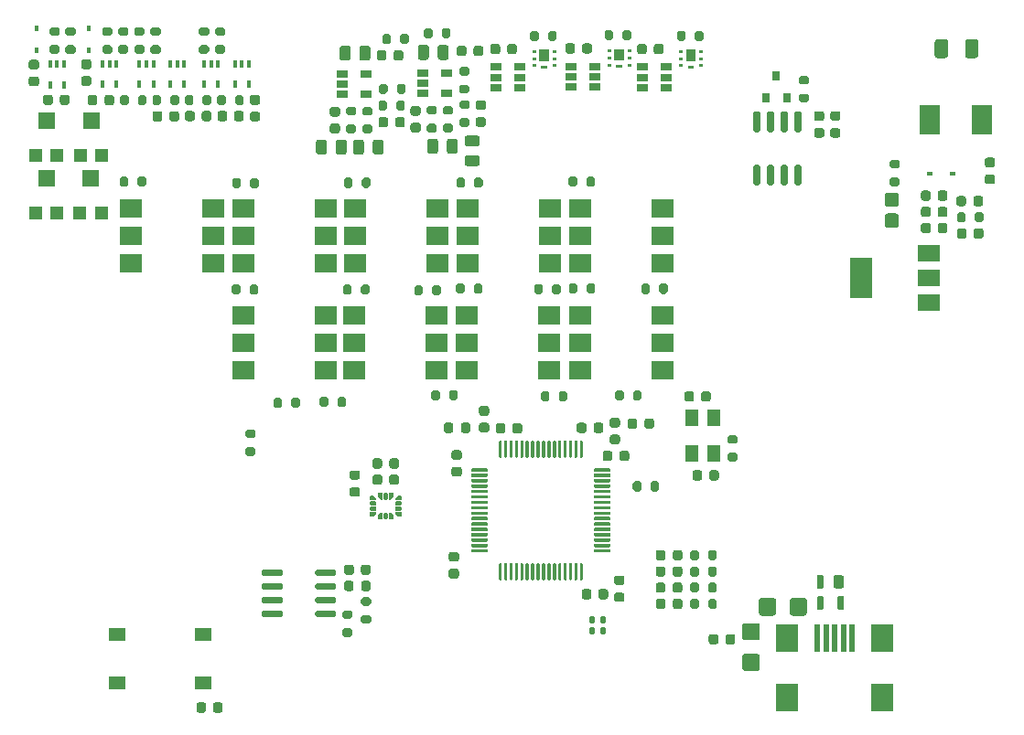
<source format=gtp>
G04 #@! TF.GenerationSoftware,KiCad,Pcbnew,(5.1.10)-1*
G04 #@! TF.CreationDate,2022-04-09T14:00:38+02:00*
G04 #@! TF.ProjectId,karta_pomiarowa_v2,6b617274-615f-4706-9f6d-6961726f7761,rev?*
G04 #@! TF.SameCoordinates,Original*
G04 #@! TF.FileFunction,Paste,Top*
G04 #@! TF.FilePolarity,Positive*
%FSLAX46Y46*%
G04 Gerber Fmt 4.6, Leading zero omitted, Abs format (unit mm)*
G04 Created by KiCad (PCBNEW (5.1.10)-1) date 2022-04-09 14:00:38*
%MOMM*%
%LPD*%
G01*
G04 APERTURE LIST*
%ADD10C,0.100000*%
%ADD11R,1.300000X1.600000*%
%ADD12R,1.600000X1.500000*%
%ADD13R,1.200000X1.200000*%
%ADD14R,2.000000X1.500000*%
%ADD15R,2.000000X3.800000*%
%ADD16R,1.903000X2.790000*%
%ADD17R,0.450000X0.600000*%
%ADD18R,0.600000X0.450000*%
%ADD19R,0.400000X0.650000*%
%ADD20R,1.060000X0.650000*%
%ADD21R,1.550000X1.300000*%
%ADD22R,2.000000X1.780000*%
%ADD23R,0.500000X2.500000*%
%ADD24R,2.000000X2.500000*%
%ADD25R,0.800000X0.900000*%
G04 APERTURE END LIST*
D10*
G36*
X102030000Y-46620000D02*
G01*
X102360000Y-46620000D01*
X102360000Y-46870000D01*
X102030000Y-46870000D01*
X102030000Y-46620000D01*
G37*
G36*
X102030000Y-47270000D02*
G01*
X102360000Y-47270000D01*
X102360000Y-47520000D01*
X102030000Y-47520000D01*
X102030000Y-47270000D01*
G37*
G36*
X102030000Y-47920000D02*
G01*
X102360000Y-47920000D01*
X102360000Y-48170000D01*
X102030000Y-48170000D01*
X102030000Y-47920000D01*
G37*
G36*
X103900000Y-46620000D02*
G01*
X104230000Y-46620000D01*
X104230000Y-46870000D01*
X103900000Y-46870000D01*
X103900000Y-46620000D01*
G37*
G36*
X103900000Y-47270000D02*
G01*
X104230000Y-47270000D01*
X104230000Y-47520000D01*
X103900000Y-47520000D01*
X103900000Y-47270000D01*
G37*
G36*
X103900000Y-47920000D02*
G01*
X104230000Y-47920000D01*
X104230000Y-48170000D01*
X103900000Y-48170000D01*
X103900000Y-47920000D01*
G37*
G36*
X102850000Y-48045000D02*
G01*
X103410000Y-48045000D01*
X103410000Y-48295000D01*
X102850000Y-48295000D01*
X102850000Y-48045000D01*
G37*
G36*
X102680000Y-46585000D02*
G01*
X103580000Y-46585000D01*
X103580000Y-47635000D01*
X102680000Y-47635000D01*
X102680000Y-46585000D01*
G37*
G36*
X95400000Y-46570000D02*
G01*
X95730000Y-46570000D01*
X95730000Y-46820000D01*
X95400000Y-46820000D01*
X95400000Y-46570000D01*
G37*
G36*
X95400000Y-47220000D02*
G01*
X95730000Y-47220000D01*
X95730000Y-47470000D01*
X95400000Y-47470000D01*
X95400000Y-47220000D01*
G37*
G36*
X95400000Y-47870000D02*
G01*
X95730000Y-47870000D01*
X95730000Y-48120000D01*
X95400000Y-48120000D01*
X95400000Y-47870000D01*
G37*
G36*
X97270000Y-46570000D02*
G01*
X97600000Y-46570000D01*
X97600000Y-46820000D01*
X97270000Y-46820000D01*
X97270000Y-46570000D01*
G37*
G36*
X97270000Y-47220000D02*
G01*
X97600000Y-47220000D01*
X97600000Y-47470000D01*
X97270000Y-47470000D01*
X97270000Y-47220000D01*
G37*
G36*
X97270000Y-47870000D02*
G01*
X97600000Y-47870000D01*
X97600000Y-48120000D01*
X97270000Y-48120000D01*
X97270000Y-47870000D01*
G37*
G36*
X96220000Y-47995000D02*
G01*
X96780000Y-47995000D01*
X96780000Y-48245000D01*
X96220000Y-48245000D01*
X96220000Y-47995000D01*
G37*
G36*
X96050000Y-46535000D02*
G01*
X96950000Y-46535000D01*
X96950000Y-47585000D01*
X96050000Y-47585000D01*
X96050000Y-46535000D01*
G37*
G36*
X88460000Y-46620000D02*
G01*
X88790000Y-46620000D01*
X88790000Y-46870000D01*
X88460000Y-46870000D01*
X88460000Y-46620000D01*
G37*
G36*
X88460000Y-47270000D02*
G01*
X88790000Y-47270000D01*
X88790000Y-47520000D01*
X88460000Y-47520000D01*
X88460000Y-47270000D01*
G37*
G36*
X88460000Y-47920000D02*
G01*
X88790000Y-47920000D01*
X88790000Y-48170000D01*
X88460000Y-48170000D01*
X88460000Y-47920000D01*
G37*
G36*
X90330000Y-46620000D02*
G01*
X90660000Y-46620000D01*
X90660000Y-46870000D01*
X90330000Y-46870000D01*
X90330000Y-46620000D01*
G37*
G36*
X90330000Y-47270000D02*
G01*
X90660000Y-47270000D01*
X90660000Y-47520000D01*
X90330000Y-47520000D01*
X90330000Y-47270000D01*
G37*
G36*
X90330000Y-47920000D02*
G01*
X90660000Y-47920000D01*
X90660000Y-48170000D01*
X90330000Y-48170000D01*
X90330000Y-47920000D01*
G37*
G36*
X89280000Y-48045000D02*
G01*
X89840000Y-48045000D01*
X89840000Y-48295000D01*
X89280000Y-48295000D01*
X89280000Y-48045000D01*
G37*
G36*
X89110000Y-46585000D02*
G01*
X90010000Y-46585000D01*
X90010000Y-47635000D01*
X89110000Y-47635000D01*
X89110000Y-46585000D01*
G37*
D11*
X105250000Y-80650000D03*
X105250000Y-83950000D03*
X103250000Y-83950000D03*
X103250000Y-80650000D03*
D12*
X43500000Y-53150000D03*
D13*
X44500000Y-56400000D03*
X42500000Y-56400000D03*
D12*
X43500000Y-58450000D03*
D13*
X44500000Y-61700000D03*
X42500000Y-61700000D03*
D14*
X125180000Y-70040000D03*
X125180000Y-65440000D03*
X125180000Y-67740000D03*
D15*
X118880000Y-67740000D03*
D16*
X130051500Y-53075000D03*
X125198500Y-53075000D03*
D12*
X47650000Y-53150000D03*
D13*
X48650000Y-56400000D03*
X46650000Y-56400000D03*
D12*
X47600000Y-58450000D03*
D13*
X48600000Y-61700000D03*
X46600000Y-61700000D03*
G36*
G01*
X73700000Y-56050001D02*
X73700000Y-55149999D01*
G75*
G02*
X73949999Y-54900000I249999J0D01*
G01*
X74475001Y-54900000D01*
G75*
G02*
X74725000Y-55149999I0J-249999D01*
G01*
X74725000Y-56050001D01*
G75*
G02*
X74475001Y-56300000I-249999J0D01*
G01*
X73949999Y-56300000D01*
G75*
G02*
X73700000Y-56050001I0J249999D01*
G01*
G37*
G36*
G01*
X71875000Y-56050001D02*
X71875000Y-55149999D01*
G75*
G02*
X72124999Y-54900000I249999J0D01*
G01*
X72650001Y-54900000D01*
G75*
G02*
X72900000Y-55149999I0J-249999D01*
G01*
X72900000Y-56050001D01*
G75*
G02*
X72650001Y-56300000I-249999J0D01*
G01*
X72124999Y-56300000D01*
G75*
G02*
X71875000Y-56050001I0J249999D01*
G01*
G37*
G36*
G01*
X70275000Y-56050001D02*
X70275000Y-55149999D01*
G75*
G02*
X70524999Y-54900000I249999J0D01*
G01*
X71050001Y-54900000D01*
G75*
G02*
X71300000Y-55149999I0J-249999D01*
G01*
X71300000Y-56050001D01*
G75*
G02*
X71050001Y-56300000I-249999J0D01*
G01*
X70524999Y-56300000D01*
G75*
G02*
X70275000Y-56050001I0J249999D01*
G01*
G37*
G36*
G01*
X68450000Y-56050001D02*
X68450000Y-55149999D01*
G75*
G02*
X68699999Y-54900000I249999J0D01*
G01*
X69225001Y-54900000D01*
G75*
G02*
X69475000Y-55149999I0J-249999D01*
G01*
X69475000Y-56050001D01*
G75*
G02*
X69225001Y-56300000I-249999J0D01*
G01*
X68699999Y-56300000D01*
G75*
G02*
X68450000Y-56050001I0J249999D01*
G01*
G37*
G36*
G01*
X72450000Y-47350001D02*
X72450000Y-46449999D01*
G75*
G02*
X72699999Y-46200000I249999J0D01*
G01*
X73225001Y-46200000D01*
G75*
G02*
X73475000Y-46449999I0J-249999D01*
G01*
X73475000Y-47350001D01*
G75*
G02*
X73225001Y-47600000I-249999J0D01*
G01*
X72699999Y-47600000D01*
G75*
G02*
X72450000Y-47350001I0J249999D01*
G01*
G37*
G36*
G01*
X70625000Y-47350001D02*
X70625000Y-46449999D01*
G75*
G02*
X70874999Y-46200000I249999J0D01*
G01*
X71400001Y-46200000D01*
G75*
G02*
X71650000Y-46449999I0J-249999D01*
G01*
X71650000Y-47350001D01*
G75*
G02*
X71400001Y-47600000I-249999J0D01*
G01*
X70874999Y-47600000D01*
G75*
G02*
X70625000Y-47350001I0J249999D01*
G01*
G37*
G36*
G01*
X79750000Y-55074999D02*
X79750000Y-55975001D01*
G75*
G02*
X79500001Y-56225000I-249999J0D01*
G01*
X78974999Y-56225000D01*
G75*
G02*
X78725000Y-55975001I0J249999D01*
G01*
X78725000Y-55074999D01*
G75*
G02*
X78974999Y-54825000I249999J0D01*
G01*
X79500001Y-54825000D01*
G75*
G02*
X79750000Y-55074999I0J-249999D01*
G01*
G37*
G36*
G01*
X81575000Y-55074999D02*
X81575000Y-55975001D01*
G75*
G02*
X81325001Y-56225000I-249999J0D01*
G01*
X80799999Y-56225000D01*
G75*
G02*
X80550000Y-55975001I0J249999D01*
G01*
X80550000Y-55074999D01*
G75*
G02*
X80799999Y-54825000I249999J0D01*
G01*
X81325001Y-54825000D01*
G75*
G02*
X81575000Y-55074999I0J-249999D01*
G01*
G37*
G36*
G01*
X83350001Y-55550000D02*
X82449999Y-55550000D01*
G75*
G02*
X82200000Y-55300001I0J249999D01*
G01*
X82200000Y-54774999D01*
G75*
G02*
X82449999Y-54525000I249999J0D01*
G01*
X83350001Y-54525000D01*
G75*
G02*
X83600000Y-54774999I0J-249999D01*
G01*
X83600000Y-55300001D01*
G75*
G02*
X83350001Y-55550000I-249999J0D01*
G01*
G37*
G36*
G01*
X83350001Y-57375000D02*
X82449999Y-57375000D01*
G75*
G02*
X82200000Y-57125001I0J249999D01*
G01*
X82200000Y-56599999D01*
G75*
G02*
X82449999Y-56350000I249999J0D01*
G01*
X83350001Y-56350000D01*
G75*
G02*
X83600000Y-56599999I0J-249999D01*
G01*
X83600000Y-57125001D01*
G75*
G02*
X83350001Y-57375000I-249999J0D01*
G01*
G37*
G36*
G01*
X79700000Y-47275001D02*
X79700000Y-46374999D01*
G75*
G02*
X79949999Y-46125000I249999J0D01*
G01*
X80475001Y-46125000D01*
G75*
G02*
X80725000Y-46374999I0J-249999D01*
G01*
X80725000Y-47275001D01*
G75*
G02*
X80475001Y-47525000I-249999J0D01*
G01*
X79949999Y-47525000D01*
G75*
G02*
X79700000Y-47275001I0J249999D01*
G01*
G37*
G36*
G01*
X77875000Y-47275001D02*
X77875000Y-46374999D01*
G75*
G02*
X78124999Y-46125000I249999J0D01*
G01*
X78650001Y-46125000D01*
G75*
G02*
X78900000Y-46374999I0J-249999D01*
G01*
X78900000Y-47275001D01*
G75*
G02*
X78650001Y-47525000I-249999J0D01*
G01*
X78124999Y-47525000D01*
G75*
G02*
X77875000Y-47275001I0J249999D01*
G01*
G37*
G36*
G01*
X111025000Y-97600000D02*
X111025000Y-98750000D01*
G75*
G02*
X110775000Y-99000000I-250000J0D01*
G01*
X109675000Y-99000000D01*
G75*
G02*
X109425000Y-98750000I0J250000D01*
G01*
X109425000Y-97600000D01*
G75*
G02*
X109675000Y-97350000I250000J0D01*
G01*
X110775000Y-97350000D01*
G75*
G02*
X111025000Y-97600000I0J-250000D01*
G01*
G37*
G36*
G01*
X113875000Y-97600000D02*
X113875000Y-98750000D01*
G75*
G02*
X113625000Y-99000000I-250000J0D01*
G01*
X112525000Y-99000000D01*
G75*
G02*
X112275000Y-98750000I0J250000D01*
G01*
X112275000Y-97600000D01*
G75*
G02*
X112525000Y-97350000I250000J0D01*
G01*
X113625000Y-97350000D01*
G75*
G02*
X113875000Y-97600000I0J-250000D01*
G01*
G37*
G36*
G01*
X109275000Y-101275000D02*
X108125000Y-101275000D01*
G75*
G02*
X107875000Y-101025000I0J250000D01*
G01*
X107875000Y-99925000D01*
G75*
G02*
X108125000Y-99675000I250000J0D01*
G01*
X109275000Y-99675000D01*
G75*
G02*
X109525000Y-99925000I0J-250000D01*
G01*
X109525000Y-101025000D01*
G75*
G02*
X109275000Y-101275000I-250000J0D01*
G01*
G37*
G36*
G01*
X109275000Y-104125000D02*
X108125000Y-104125000D01*
G75*
G02*
X107875000Y-103875000I0J250000D01*
G01*
X107875000Y-102775000D01*
G75*
G02*
X108125000Y-102525000I250000J0D01*
G01*
X109275000Y-102525000D01*
G75*
G02*
X109525000Y-102775000I0J-250000D01*
G01*
X109525000Y-103875000D01*
G75*
G02*
X109275000Y-104125000I-250000J0D01*
G01*
G37*
G36*
G01*
X126945000Y-45855000D02*
X126945000Y-47105000D01*
G75*
G02*
X126695000Y-47355000I-250000J0D01*
G01*
X125945000Y-47355000D01*
G75*
G02*
X125695000Y-47105000I0J250000D01*
G01*
X125695000Y-45855000D01*
G75*
G02*
X125945000Y-45605000I250000J0D01*
G01*
X126695000Y-45605000D01*
G75*
G02*
X126945000Y-45855000I0J-250000D01*
G01*
G37*
G36*
G01*
X129745000Y-45855000D02*
X129745000Y-47105000D01*
G75*
G02*
X129495000Y-47355000I-250000J0D01*
G01*
X128745000Y-47355000D01*
G75*
G02*
X128495000Y-47105000I0J250000D01*
G01*
X128495000Y-45855000D01*
G75*
G02*
X128745000Y-45605000I250000J0D01*
G01*
X129495000Y-45605000D01*
G75*
G02*
X129745000Y-45855000I0J-250000D01*
G01*
G37*
G36*
G01*
X116793500Y-97190000D02*
X117206500Y-97190000D01*
G75*
G02*
X117295000Y-97278500I0J-88500D01*
G01*
X117295000Y-98361500D01*
G75*
G02*
X117206500Y-98450000I-88500J0D01*
G01*
X116793500Y-98450000D01*
G75*
G02*
X116705000Y-98361500I0J88500D01*
G01*
X116705000Y-97278500D01*
G75*
G02*
X116793500Y-97190000I88500J0D01*
G01*
G37*
G36*
G01*
X114893500Y-97190000D02*
X115306500Y-97190000D01*
G75*
G02*
X115395000Y-97278500I0J-88500D01*
G01*
X115395000Y-98361500D01*
G75*
G02*
X115306500Y-98450000I-88500J0D01*
G01*
X114893500Y-98450000D01*
G75*
G02*
X114805000Y-98361500I0J88500D01*
G01*
X114805000Y-97278500D01*
G75*
G02*
X114893500Y-97190000I88500J0D01*
G01*
G37*
G36*
G01*
X114893500Y-95230000D02*
X115306500Y-95230000D01*
G75*
G02*
X115395000Y-95318500I0J-88500D01*
G01*
X115395000Y-96401500D01*
G75*
G02*
X115306500Y-96490000I-88500J0D01*
G01*
X114893500Y-96490000D01*
G75*
G02*
X114805000Y-96401500I0J88500D01*
G01*
X114805000Y-95318500D01*
G75*
G02*
X114893500Y-95230000I88500J0D01*
G01*
G37*
G36*
G01*
X116552500Y-95230000D02*
X117047500Y-95230000D01*
G75*
G02*
X117295000Y-95477500I0J-247500D01*
G01*
X117295000Y-96242500D01*
G75*
G02*
X117047500Y-96490000I-247500J0D01*
G01*
X116552500Y-96490000D01*
G75*
G02*
X116305000Y-96242500I0J247500D01*
G01*
X116305000Y-95477500D01*
G75*
G02*
X116552500Y-95230000I247500J0D01*
G01*
G37*
D17*
X47410000Y-44560000D03*
X47410000Y-46660000D03*
X42563500Y-44560000D03*
X42563500Y-46660000D03*
G36*
G01*
X90055000Y-78415000D02*
X90055000Y-78965000D01*
G75*
G02*
X89855000Y-79165000I-200000J0D01*
G01*
X89455000Y-79165000D01*
G75*
G02*
X89255000Y-78965000I0J200000D01*
G01*
X89255000Y-78415000D01*
G75*
G02*
X89455000Y-78215000I200000J0D01*
G01*
X89855000Y-78215000D01*
G75*
G02*
X90055000Y-78415000I0J-200000D01*
G01*
G37*
G36*
G01*
X91705000Y-78415000D02*
X91705000Y-78965000D01*
G75*
G02*
X91505000Y-79165000I-200000J0D01*
G01*
X91105000Y-79165000D01*
G75*
G02*
X90905000Y-78965000I0J200000D01*
G01*
X90905000Y-78415000D01*
G75*
G02*
X91105000Y-78215000I200000J0D01*
G01*
X91505000Y-78215000D01*
G75*
G02*
X91705000Y-78415000I0J-200000D01*
G01*
G37*
G36*
G01*
X79910000Y-78285000D02*
X79910000Y-78835000D01*
G75*
G02*
X79710000Y-79035000I-200000J0D01*
G01*
X79310000Y-79035000D01*
G75*
G02*
X79110000Y-78835000I0J200000D01*
G01*
X79110000Y-78285000D01*
G75*
G02*
X79310000Y-78085000I200000J0D01*
G01*
X79710000Y-78085000D01*
G75*
G02*
X79910000Y-78285000I0J-200000D01*
G01*
G37*
G36*
G01*
X81560000Y-78285000D02*
X81560000Y-78835000D01*
G75*
G02*
X81360000Y-79035000I-200000J0D01*
G01*
X80960000Y-79035000D01*
G75*
G02*
X80760000Y-78835000I0J200000D01*
G01*
X80760000Y-78285000D01*
G75*
G02*
X80960000Y-78085000I200000J0D01*
G01*
X81360000Y-78085000D01*
G75*
G02*
X81560000Y-78285000I0J-200000D01*
G01*
G37*
G36*
G01*
X99345000Y-68445000D02*
X99345000Y-68995000D01*
G75*
G02*
X99145000Y-69195000I-200000J0D01*
G01*
X98745000Y-69195000D01*
G75*
G02*
X98545000Y-68995000I0J200000D01*
G01*
X98545000Y-68445000D01*
G75*
G02*
X98745000Y-68245000I200000J0D01*
G01*
X99145000Y-68245000D01*
G75*
G02*
X99345000Y-68445000I0J-200000D01*
G01*
G37*
G36*
G01*
X100995000Y-68445000D02*
X100995000Y-68995000D01*
G75*
G02*
X100795000Y-69195000I-200000J0D01*
G01*
X100395000Y-69195000D01*
G75*
G02*
X100195000Y-68995000I0J200000D01*
G01*
X100195000Y-68445000D01*
G75*
G02*
X100395000Y-68245000I200000J0D01*
G01*
X100795000Y-68245000D01*
G75*
G02*
X100995000Y-68445000I0J-200000D01*
G01*
G37*
G36*
G01*
X97775000Y-78875000D02*
X97775000Y-78325000D01*
G75*
G02*
X97975000Y-78125000I200000J0D01*
G01*
X98375000Y-78125000D01*
G75*
G02*
X98575000Y-78325000I0J-200000D01*
G01*
X98575000Y-78875000D01*
G75*
G02*
X98375000Y-79075000I-200000J0D01*
G01*
X97975000Y-79075000D01*
G75*
G02*
X97775000Y-78875000I0J200000D01*
G01*
G37*
G36*
G01*
X96125000Y-78875000D02*
X96125000Y-78325000D01*
G75*
G02*
X96325000Y-78125000I200000J0D01*
G01*
X96725000Y-78125000D01*
G75*
G02*
X96925000Y-78325000I0J-200000D01*
G01*
X96925000Y-78875000D01*
G75*
G02*
X96725000Y-79075000I-200000J0D01*
G01*
X96325000Y-79075000D01*
G75*
G02*
X96125000Y-78875000I0J200000D01*
G01*
G37*
G36*
G01*
X70435000Y-79465000D02*
X70435000Y-78915000D01*
G75*
G02*
X70635000Y-78715000I200000J0D01*
G01*
X71035000Y-78715000D01*
G75*
G02*
X71235000Y-78915000I0J-200000D01*
G01*
X71235000Y-79465000D01*
G75*
G02*
X71035000Y-79665000I-200000J0D01*
G01*
X70635000Y-79665000D01*
G75*
G02*
X70435000Y-79465000I0J200000D01*
G01*
G37*
G36*
G01*
X68785000Y-79465000D02*
X68785000Y-78915000D01*
G75*
G02*
X68985000Y-78715000I200000J0D01*
G01*
X69385000Y-78715000D01*
G75*
G02*
X69585000Y-78915000I0J-200000D01*
G01*
X69585000Y-79465000D01*
G75*
G02*
X69385000Y-79665000I-200000J0D01*
G01*
X68985000Y-79665000D01*
G75*
G02*
X68785000Y-79465000I0J200000D01*
G01*
G37*
G36*
G01*
X90285000Y-69025000D02*
X90285000Y-68475000D01*
G75*
G02*
X90485000Y-68275000I200000J0D01*
G01*
X90885000Y-68275000D01*
G75*
G02*
X91085000Y-68475000I0J-200000D01*
G01*
X91085000Y-69025000D01*
G75*
G02*
X90885000Y-69225000I-200000J0D01*
G01*
X90485000Y-69225000D01*
G75*
G02*
X90285000Y-69025000I0J200000D01*
G01*
G37*
G36*
G01*
X88635000Y-69025000D02*
X88635000Y-68475000D01*
G75*
G02*
X88835000Y-68275000I200000J0D01*
G01*
X89235000Y-68275000D01*
G75*
G02*
X89435000Y-68475000I0J-200000D01*
G01*
X89435000Y-69025000D01*
G75*
G02*
X89235000Y-69225000I-200000J0D01*
G01*
X88835000Y-69225000D01*
G75*
G02*
X88635000Y-69025000I0J200000D01*
G01*
G37*
G36*
G01*
X78345000Y-68585000D02*
X78345000Y-69135000D01*
G75*
G02*
X78145000Y-69335000I-200000J0D01*
G01*
X77745000Y-69335000D01*
G75*
G02*
X77545000Y-69135000I0J200000D01*
G01*
X77545000Y-68585000D01*
G75*
G02*
X77745000Y-68385000I200000J0D01*
G01*
X78145000Y-68385000D01*
G75*
G02*
X78345000Y-68585000I0J-200000D01*
G01*
G37*
G36*
G01*
X79995000Y-68585000D02*
X79995000Y-69135000D01*
G75*
G02*
X79795000Y-69335000I-200000J0D01*
G01*
X79395000Y-69335000D01*
G75*
G02*
X79195000Y-69135000I0J200000D01*
G01*
X79195000Y-68585000D01*
G75*
G02*
X79395000Y-68385000I200000J0D01*
G01*
X79795000Y-68385000D01*
G75*
G02*
X79995000Y-68585000I0J-200000D01*
G01*
G37*
G36*
G01*
X66155000Y-79575000D02*
X66155000Y-79025000D01*
G75*
G02*
X66355000Y-78825000I200000J0D01*
G01*
X66755000Y-78825000D01*
G75*
G02*
X66955000Y-79025000I0J-200000D01*
G01*
X66955000Y-79575000D01*
G75*
G02*
X66755000Y-79775000I-200000J0D01*
G01*
X66355000Y-79775000D01*
G75*
G02*
X66155000Y-79575000I0J200000D01*
G01*
G37*
G36*
G01*
X64505000Y-79575000D02*
X64505000Y-79025000D01*
G75*
G02*
X64705000Y-78825000I200000J0D01*
G01*
X65105000Y-78825000D01*
G75*
G02*
X65305000Y-79025000I0J-200000D01*
G01*
X65305000Y-79575000D01*
G75*
G02*
X65105000Y-79775000I-200000J0D01*
G01*
X64705000Y-79775000D01*
G75*
G02*
X64505000Y-79575000I0J200000D01*
G01*
G37*
G36*
G01*
X62665000Y-82560000D02*
X62115000Y-82560000D01*
G75*
G02*
X61915000Y-82360000I0J200000D01*
G01*
X61915000Y-81960000D01*
G75*
G02*
X62115000Y-81760000I200000J0D01*
G01*
X62665000Y-81760000D01*
G75*
G02*
X62865000Y-81960000I0J-200000D01*
G01*
X62865000Y-82360000D01*
G75*
G02*
X62665000Y-82560000I-200000J0D01*
G01*
G37*
G36*
G01*
X62665000Y-84210000D02*
X62115000Y-84210000D01*
G75*
G02*
X61915000Y-84010000I0J200000D01*
G01*
X61915000Y-83610000D01*
G75*
G02*
X62115000Y-83410000I200000J0D01*
G01*
X62665000Y-83410000D01*
G75*
G02*
X62865000Y-83610000I0J-200000D01*
G01*
X62865000Y-84010000D01*
G75*
G02*
X62665000Y-84210000I-200000J0D01*
G01*
G37*
D18*
X127350000Y-58100000D03*
X125250000Y-58100000D03*
D19*
X56250000Y-49800000D03*
X54950000Y-49800000D03*
X55600000Y-47900000D03*
X54950000Y-47900000D03*
X56250000Y-47900000D03*
X53400000Y-49800000D03*
X52100000Y-49800000D03*
X52750000Y-47900000D03*
X52100000Y-47900000D03*
X53400000Y-47900000D03*
X62235001Y-49799329D03*
X60935001Y-49799329D03*
X61585001Y-47899329D03*
X60935001Y-47899329D03*
X62235001Y-47899329D03*
X59385001Y-49799329D03*
X58085001Y-49799329D03*
X58735001Y-47899329D03*
X58085001Y-47899329D03*
X59385001Y-47899329D03*
D20*
X73100000Y-48800000D03*
X73100000Y-50700000D03*
X70900000Y-50700000D03*
X70900000Y-49750000D03*
X70900000Y-48800000D03*
X80510000Y-48720000D03*
X80510000Y-50620000D03*
X78310000Y-50620000D03*
X78310000Y-49670000D03*
X78310000Y-48720000D03*
G36*
G01*
X54125000Y-50975000D02*
X54125000Y-51525000D01*
G75*
G02*
X53925000Y-51725000I-200000J0D01*
G01*
X53525000Y-51725000D01*
G75*
G02*
X53325000Y-51525000I0J200000D01*
G01*
X53325000Y-50975000D01*
G75*
G02*
X53525000Y-50775000I200000J0D01*
G01*
X53925000Y-50775000D01*
G75*
G02*
X54125000Y-50975000I0J-200000D01*
G01*
G37*
G36*
G01*
X55775000Y-50975000D02*
X55775000Y-51525000D01*
G75*
G02*
X55575000Y-51725000I-200000J0D01*
G01*
X55175000Y-51725000D01*
G75*
G02*
X54975000Y-51525000I0J200000D01*
G01*
X54975000Y-50975000D01*
G75*
G02*
X55175000Y-50775000I200000J0D01*
G01*
X55575000Y-50775000D01*
G75*
G02*
X55775000Y-50975000I0J-200000D01*
G01*
G37*
G36*
G01*
X51825000Y-46155000D02*
X52375000Y-46155000D01*
G75*
G02*
X52575000Y-46355000I0J-200000D01*
G01*
X52575000Y-46755000D01*
G75*
G02*
X52375000Y-46955000I-200000J0D01*
G01*
X51825000Y-46955000D01*
G75*
G02*
X51625000Y-46755000I0J200000D01*
G01*
X51625000Y-46355000D01*
G75*
G02*
X51825000Y-46155000I200000J0D01*
G01*
G37*
G36*
G01*
X51825000Y-44505000D02*
X52375000Y-44505000D01*
G75*
G02*
X52575000Y-44705000I0J-200000D01*
G01*
X52575000Y-45105000D01*
G75*
G02*
X52375000Y-45305000I-200000J0D01*
G01*
X51825000Y-45305000D01*
G75*
G02*
X51625000Y-45105000I0J200000D01*
G01*
X51625000Y-44705000D01*
G75*
G02*
X51825000Y-44505000I200000J0D01*
G01*
G37*
G36*
G01*
X51125000Y-50975000D02*
X51125000Y-51525000D01*
G75*
G02*
X50925000Y-51725000I-200000J0D01*
G01*
X50525000Y-51725000D01*
G75*
G02*
X50325000Y-51525000I0J200000D01*
G01*
X50325000Y-50975000D01*
G75*
G02*
X50525000Y-50775000I200000J0D01*
G01*
X50925000Y-50775000D01*
G75*
G02*
X51125000Y-50975000I0J-200000D01*
G01*
G37*
G36*
G01*
X52775000Y-50975000D02*
X52775000Y-51525000D01*
G75*
G02*
X52575000Y-51725000I-200000J0D01*
G01*
X52175000Y-51725000D01*
G75*
G02*
X51975000Y-51525000I0J200000D01*
G01*
X51975000Y-50975000D01*
G75*
G02*
X52175000Y-50775000I200000J0D01*
G01*
X52575000Y-50775000D01*
G75*
G02*
X52775000Y-50975000I0J-200000D01*
G01*
G37*
G36*
G01*
X53875000Y-45305000D02*
X53325000Y-45305000D01*
G75*
G02*
X53125000Y-45105000I0J200000D01*
G01*
X53125000Y-44705000D01*
G75*
G02*
X53325000Y-44505000I200000J0D01*
G01*
X53875000Y-44505000D01*
G75*
G02*
X54075000Y-44705000I0J-200000D01*
G01*
X54075000Y-45105000D01*
G75*
G02*
X53875000Y-45305000I-200000J0D01*
G01*
G37*
G36*
G01*
X53875000Y-46955000D02*
X53325000Y-46955000D01*
G75*
G02*
X53125000Y-46755000I0J200000D01*
G01*
X53125000Y-46355000D01*
G75*
G02*
X53325000Y-46155000I200000J0D01*
G01*
X53875000Y-46155000D01*
G75*
G02*
X54075000Y-46355000I0J-200000D01*
G01*
X54075000Y-46755000D01*
G75*
G02*
X53875000Y-46955000I-200000J0D01*
G01*
G37*
G36*
G01*
X60110001Y-50974329D02*
X60110001Y-51524329D01*
G75*
G02*
X59910001Y-51724329I-200000J0D01*
G01*
X59510001Y-51724329D01*
G75*
G02*
X59310001Y-51524329I0J200000D01*
G01*
X59310001Y-50974329D01*
G75*
G02*
X59510001Y-50774329I200000J0D01*
G01*
X59910001Y-50774329D01*
G75*
G02*
X60110001Y-50974329I0J-200000D01*
G01*
G37*
G36*
G01*
X61760001Y-50974329D02*
X61760001Y-51524329D01*
G75*
G02*
X61560001Y-51724329I-200000J0D01*
G01*
X61160001Y-51724329D01*
G75*
G02*
X60960001Y-51524329I0J200000D01*
G01*
X60960001Y-50974329D01*
G75*
G02*
X61160001Y-50774329I200000J0D01*
G01*
X61560001Y-50774329D01*
G75*
G02*
X61760001Y-50974329I0J-200000D01*
G01*
G37*
G36*
G01*
X57810001Y-46154329D02*
X58360001Y-46154329D01*
G75*
G02*
X58560001Y-46354329I0J-200000D01*
G01*
X58560001Y-46754329D01*
G75*
G02*
X58360001Y-46954329I-200000J0D01*
G01*
X57810001Y-46954329D01*
G75*
G02*
X57610001Y-46754329I0J200000D01*
G01*
X57610001Y-46354329D01*
G75*
G02*
X57810001Y-46154329I200000J0D01*
G01*
G37*
G36*
G01*
X57810001Y-44504329D02*
X58360001Y-44504329D01*
G75*
G02*
X58560001Y-44704329I0J-200000D01*
G01*
X58560001Y-45104329D01*
G75*
G02*
X58360001Y-45304329I-200000J0D01*
G01*
X57810001Y-45304329D01*
G75*
G02*
X57610001Y-45104329I0J200000D01*
G01*
X57610001Y-44704329D01*
G75*
G02*
X57810001Y-44504329I200000J0D01*
G01*
G37*
G36*
G01*
X57110001Y-50974329D02*
X57110001Y-51524329D01*
G75*
G02*
X56910001Y-51724329I-200000J0D01*
G01*
X56510001Y-51724329D01*
G75*
G02*
X56310001Y-51524329I0J200000D01*
G01*
X56310001Y-50974329D01*
G75*
G02*
X56510001Y-50774329I200000J0D01*
G01*
X56910001Y-50774329D01*
G75*
G02*
X57110001Y-50974329I0J-200000D01*
G01*
G37*
G36*
G01*
X58760001Y-50974329D02*
X58760001Y-51524329D01*
G75*
G02*
X58560001Y-51724329I-200000J0D01*
G01*
X58160001Y-51724329D01*
G75*
G02*
X57960001Y-51524329I0J200000D01*
G01*
X57960001Y-50974329D01*
G75*
G02*
X58160001Y-50774329I200000J0D01*
G01*
X58560001Y-50774329D01*
G75*
G02*
X58760001Y-50974329I0J-200000D01*
G01*
G37*
G36*
G01*
X59860001Y-45304329D02*
X59310001Y-45304329D01*
G75*
G02*
X59110001Y-45104329I0J200000D01*
G01*
X59110001Y-44704329D01*
G75*
G02*
X59310001Y-44504329I200000J0D01*
G01*
X59860001Y-44504329D01*
G75*
G02*
X60060001Y-44704329I0J-200000D01*
G01*
X60060001Y-45104329D01*
G75*
G02*
X59860001Y-45304329I-200000J0D01*
G01*
G37*
G36*
G01*
X59860001Y-46954329D02*
X59310001Y-46954329D01*
G75*
G02*
X59110001Y-46754329I0J200000D01*
G01*
X59110001Y-46354329D01*
G75*
G02*
X59310001Y-46154329I200000J0D01*
G01*
X59860001Y-46154329D01*
G75*
G02*
X60060001Y-46354329I0J-200000D01*
G01*
X60060001Y-46754329D01*
G75*
G02*
X59860001Y-46954329I-200000J0D01*
G01*
G37*
G36*
G01*
X75075000Y-49925000D02*
X75075000Y-50475000D01*
G75*
G02*
X74875000Y-50675000I-200000J0D01*
G01*
X74475000Y-50675000D01*
G75*
G02*
X74275000Y-50475000I0J200000D01*
G01*
X74275000Y-49925000D01*
G75*
G02*
X74475000Y-49725000I200000J0D01*
G01*
X74875000Y-49725000D01*
G75*
G02*
X75075000Y-49925000I0J-200000D01*
G01*
G37*
G36*
G01*
X76725000Y-49925000D02*
X76725000Y-50475000D01*
G75*
G02*
X76525000Y-50675000I-200000J0D01*
G01*
X76125000Y-50675000D01*
G75*
G02*
X75925000Y-50475000I0J200000D01*
G01*
X75925000Y-49925000D01*
G75*
G02*
X76125000Y-49725000I200000J0D01*
G01*
X76525000Y-49725000D01*
G75*
G02*
X76725000Y-49925000I0J-200000D01*
G01*
G37*
G36*
G01*
X75025000Y-51475000D02*
X75025000Y-52025000D01*
G75*
G02*
X74825000Y-52225000I-200000J0D01*
G01*
X74425000Y-52225000D01*
G75*
G02*
X74225000Y-52025000I0J200000D01*
G01*
X74225000Y-51475000D01*
G75*
G02*
X74425000Y-51275000I200000J0D01*
G01*
X74825000Y-51275000D01*
G75*
G02*
X75025000Y-51475000I0J-200000D01*
G01*
G37*
G36*
G01*
X76675000Y-51475000D02*
X76675000Y-52025000D01*
G75*
G02*
X76475000Y-52225000I-200000J0D01*
G01*
X76075000Y-52225000D01*
G75*
G02*
X75875000Y-52025000I0J200000D01*
G01*
X75875000Y-51475000D01*
G75*
G02*
X76075000Y-51275000I200000J0D01*
G01*
X76475000Y-51275000D01*
G75*
G02*
X76675000Y-51475000I0J-200000D01*
G01*
G37*
G36*
G01*
X71425000Y-53525000D02*
X71975000Y-53525000D01*
G75*
G02*
X72175000Y-53725000I0J-200000D01*
G01*
X72175000Y-54125000D01*
G75*
G02*
X71975000Y-54325000I-200000J0D01*
G01*
X71425000Y-54325000D01*
G75*
G02*
X71225000Y-54125000I0J200000D01*
G01*
X71225000Y-53725000D01*
G75*
G02*
X71425000Y-53525000I200000J0D01*
G01*
G37*
G36*
G01*
X71425000Y-51875000D02*
X71975000Y-51875000D01*
G75*
G02*
X72175000Y-52075000I0J-200000D01*
G01*
X72175000Y-52475000D01*
G75*
G02*
X71975000Y-52675000I-200000J0D01*
G01*
X71425000Y-52675000D01*
G75*
G02*
X71225000Y-52475000I0J200000D01*
G01*
X71225000Y-52075000D01*
G75*
G02*
X71425000Y-51875000I200000J0D01*
G01*
G37*
G36*
G01*
X75375000Y-45325000D02*
X75375000Y-45875000D01*
G75*
G02*
X75175000Y-46075000I-200000J0D01*
G01*
X74775000Y-46075000D01*
G75*
G02*
X74575000Y-45875000I0J200000D01*
G01*
X74575000Y-45325000D01*
G75*
G02*
X74775000Y-45125000I200000J0D01*
G01*
X75175000Y-45125000D01*
G75*
G02*
X75375000Y-45325000I0J-200000D01*
G01*
G37*
G36*
G01*
X77025000Y-45325000D02*
X77025000Y-45875000D01*
G75*
G02*
X76825000Y-46075000I-200000J0D01*
G01*
X76425000Y-46075000D01*
G75*
G02*
X76225000Y-45875000I0J200000D01*
G01*
X76225000Y-45325000D01*
G75*
G02*
X76425000Y-45125000I200000J0D01*
G01*
X76825000Y-45125000D01*
G75*
G02*
X77025000Y-45325000I0J-200000D01*
G01*
G37*
G36*
G01*
X72925000Y-53525000D02*
X73475000Y-53525000D01*
G75*
G02*
X73675000Y-53725000I0J-200000D01*
G01*
X73675000Y-54125000D01*
G75*
G02*
X73475000Y-54325000I-200000J0D01*
G01*
X72925000Y-54325000D01*
G75*
G02*
X72725000Y-54125000I0J200000D01*
G01*
X72725000Y-53725000D01*
G75*
G02*
X72925000Y-53525000I200000J0D01*
G01*
G37*
G36*
G01*
X72925000Y-51875000D02*
X73475000Y-51875000D01*
G75*
G02*
X73675000Y-52075000I0J-200000D01*
G01*
X73675000Y-52475000D01*
G75*
G02*
X73475000Y-52675000I-200000J0D01*
G01*
X72925000Y-52675000D01*
G75*
G02*
X72725000Y-52475000I0J200000D01*
G01*
X72725000Y-52075000D01*
G75*
G02*
X72925000Y-51875000I200000J0D01*
G01*
G37*
G36*
G01*
X82435000Y-48995000D02*
X81885000Y-48995000D01*
G75*
G02*
X81685000Y-48795000I0J200000D01*
G01*
X81685000Y-48395000D01*
G75*
G02*
X81885000Y-48195000I200000J0D01*
G01*
X82435000Y-48195000D01*
G75*
G02*
X82635000Y-48395000I0J-200000D01*
G01*
X82635000Y-48795000D01*
G75*
G02*
X82435000Y-48995000I-200000J0D01*
G01*
G37*
G36*
G01*
X82435000Y-50645000D02*
X81885000Y-50645000D01*
G75*
G02*
X81685000Y-50445000I0J200000D01*
G01*
X81685000Y-50045000D01*
G75*
G02*
X81885000Y-49845000I200000J0D01*
G01*
X82435000Y-49845000D01*
G75*
G02*
X82635000Y-50045000I0J-200000D01*
G01*
X82635000Y-50445000D01*
G75*
G02*
X82435000Y-50645000I-200000J0D01*
G01*
G37*
G36*
G01*
X82475000Y-52075000D02*
X81925000Y-52075000D01*
G75*
G02*
X81725000Y-51875000I0J200000D01*
G01*
X81725000Y-51475000D01*
G75*
G02*
X81925000Y-51275000I200000J0D01*
G01*
X82475000Y-51275000D01*
G75*
G02*
X82675000Y-51475000I0J-200000D01*
G01*
X82675000Y-51875000D01*
G75*
G02*
X82475000Y-52075000I-200000J0D01*
G01*
G37*
G36*
G01*
X82475000Y-53725000D02*
X81925000Y-53725000D01*
G75*
G02*
X81725000Y-53525000I0J200000D01*
G01*
X81725000Y-53125000D01*
G75*
G02*
X81925000Y-52925000I200000J0D01*
G01*
X82475000Y-52925000D01*
G75*
G02*
X82675000Y-53125000I0J-200000D01*
G01*
X82675000Y-53525000D01*
G75*
G02*
X82475000Y-53725000I-200000J0D01*
G01*
G37*
G36*
G01*
X78885000Y-53445000D02*
X79435000Y-53445000D01*
G75*
G02*
X79635000Y-53645000I0J-200000D01*
G01*
X79635000Y-54045000D01*
G75*
G02*
X79435000Y-54245000I-200000J0D01*
G01*
X78885000Y-54245000D01*
G75*
G02*
X78685000Y-54045000I0J200000D01*
G01*
X78685000Y-53645000D01*
G75*
G02*
X78885000Y-53445000I200000J0D01*
G01*
G37*
G36*
G01*
X78885000Y-51795000D02*
X79435000Y-51795000D01*
G75*
G02*
X79635000Y-51995000I0J-200000D01*
G01*
X79635000Y-52395000D01*
G75*
G02*
X79435000Y-52595000I-200000J0D01*
G01*
X78885000Y-52595000D01*
G75*
G02*
X78685000Y-52395000I0J200000D01*
G01*
X78685000Y-51995000D01*
G75*
G02*
X78885000Y-51795000I200000J0D01*
G01*
G37*
G36*
G01*
X80085000Y-45325000D02*
X80085000Y-44775000D01*
G75*
G02*
X80285000Y-44575000I200000J0D01*
G01*
X80685000Y-44575000D01*
G75*
G02*
X80885000Y-44775000I0J-200000D01*
G01*
X80885000Y-45325000D01*
G75*
G02*
X80685000Y-45525000I-200000J0D01*
G01*
X80285000Y-45525000D01*
G75*
G02*
X80085000Y-45325000I0J200000D01*
G01*
G37*
G36*
G01*
X78435000Y-45325000D02*
X78435000Y-44775000D01*
G75*
G02*
X78635000Y-44575000I200000J0D01*
G01*
X79035000Y-44575000D01*
G75*
G02*
X79235000Y-44775000I0J-200000D01*
G01*
X79235000Y-45325000D01*
G75*
G02*
X79035000Y-45525000I-200000J0D01*
G01*
X78635000Y-45525000D01*
G75*
G02*
X78435000Y-45325000I0J200000D01*
G01*
G37*
G36*
G01*
X80385000Y-53445000D02*
X80935000Y-53445000D01*
G75*
G02*
X81135000Y-53645000I0J-200000D01*
G01*
X81135000Y-54045000D01*
G75*
G02*
X80935000Y-54245000I-200000J0D01*
G01*
X80385000Y-54245000D01*
G75*
G02*
X80185000Y-54045000I0J200000D01*
G01*
X80185000Y-53645000D01*
G75*
G02*
X80385000Y-53445000I200000J0D01*
G01*
G37*
G36*
G01*
X80385000Y-51795000D02*
X80935000Y-51795000D01*
G75*
G02*
X81135000Y-51995000I0J-200000D01*
G01*
X81135000Y-52395000D01*
G75*
G02*
X80935000Y-52595000I-200000J0D01*
G01*
X80385000Y-52595000D01*
G75*
G02*
X80185000Y-52395000I0J200000D01*
G01*
X80185000Y-51995000D01*
G75*
G02*
X80385000Y-51795000I200000J0D01*
G01*
G37*
G36*
G01*
X63050000Y-51675000D02*
X62550000Y-51675000D01*
G75*
G02*
X62325000Y-51450000I0J225000D01*
G01*
X62325000Y-51000000D01*
G75*
G02*
X62550000Y-50775000I225000J0D01*
G01*
X63050000Y-50775000D01*
G75*
G02*
X63275000Y-51000000I0J-225000D01*
G01*
X63275000Y-51450000D01*
G75*
G02*
X63050000Y-51675000I-225000J0D01*
G01*
G37*
G36*
G01*
X63050000Y-53225000D02*
X62550000Y-53225000D01*
G75*
G02*
X62325000Y-53000000I0J225000D01*
G01*
X62325000Y-52550000D01*
G75*
G02*
X62550000Y-52325000I225000J0D01*
G01*
X63050000Y-52325000D01*
G75*
G02*
X63275000Y-52550000I0J-225000D01*
G01*
X63275000Y-53000000D01*
G75*
G02*
X63050000Y-53225000I-225000J0D01*
G01*
G37*
G36*
G01*
X54875000Y-53000000D02*
X54875000Y-52500000D01*
G75*
G02*
X55100000Y-52275000I225000J0D01*
G01*
X55550000Y-52275000D01*
G75*
G02*
X55775000Y-52500000I0J-225000D01*
G01*
X55775000Y-53000000D01*
G75*
G02*
X55550000Y-53225000I-225000J0D01*
G01*
X55100000Y-53225000D01*
G75*
G02*
X54875000Y-53000000I0J225000D01*
G01*
G37*
G36*
G01*
X53325000Y-53000000D02*
X53325000Y-52500000D01*
G75*
G02*
X53550000Y-52275000I225000J0D01*
G01*
X54000000Y-52275000D01*
G75*
G02*
X54225000Y-52500000I0J-225000D01*
G01*
X54225000Y-53000000D01*
G75*
G02*
X54000000Y-53225000I-225000J0D01*
G01*
X53550000Y-53225000D01*
G75*
G02*
X53325000Y-53000000I0J225000D01*
G01*
G37*
G36*
G01*
X60875000Y-52975000D02*
X60875000Y-52475000D01*
G75*
G02*
X61100000Y-52250000I225000J0D01*
G01*
X61550000Y-52250000D01*
G75*
G02*
X61775000Y-52475000I0J-225000D01*
G01*
X61775000Y-52975000D01*
G75*
G02*
X61550000Y-53200000I-225000J0D01*
G01*
X61100000Y-53200000D01*
G75*
G02*
X60875000Y-52975000I0J225000D01*
G01*
G37*
G36*
G01*
X59325000Y-52975000D02*
X59325000Y-52475000D01*
G75*
G02*
X59550000Y-52250000I225000J0D01*
G01*
X60000000Y-52250000D01*
G75*
G02*
X60225000Y-52475000I0J-225000D01*
G01*
X60225000Y-52975000D01*
G75*
G02*
X60000000Y-53200000I-225000J0D01*
G01*
X59550000Y-53200000D01*
G75*
G02*
X59325000Y-52975000I0J225000D01*
G01*
G37*
G36*
G01*
X57225000Y-52475000D02*
X57225000Y-52975000D01*
G75*
G02*
X57000000Y-53200000I-225000J0D01*
G01*
X56550000Y-53200000D01*
G75*
G02*
X56325000Y-52975000I0J225000D01*
G01*
X56325000Y-52475000D01*
G75*
G02*
X56550000Y-52250000I225000J0D01*
G01*
X57000000Y-52250000D01*
G75*
G02*
X57225000Y-52475000I0J-225000D01*
G01*
G37*
G36*
G01*
X58775000Y-52475000D02*
X58775000Y-52975000D01*
G75*
G02*
X58550000Y-53200000I-225000J0D01*
G01*
X58100000Y-53200000D01*
G75*
G02*
X57875000Y-52975000I0J225000D01*
G01*
X57875000Y-52475000D01*
G75*
G02*
X58100000Y-52250000I225000J0D01*
G01*
X58550000Y-52250000D01*
G75*
G02*
X58775000Y-52475000I0J-225000D01*
G01*
G37*
G36*
G01*
X74975000Y-46850000D02*
X74975000Y-47350000D01*
G75*
G02*
X74750000Y-47575000I-225000J0D01*
G01*
X74300000Y-47575000D01*
G75*
G02*
X74075000Y-47350000I0J225000D01*
G01*
X74075000Y-46850000D01*
G75*
G02*
X74300000Y-46625000I225000J0D01*
G01*
X74750000Y-46625000D01*
G75*
G02*
X74975000Y-46850000I0J-225000D01*
G01*
G37*
G36*
G01*
X76525000Y-46850000D02*
X76525000Y-47350000D01*
G75*
G02*
X76300000Y-47575000I-225000J0D01*
G01*
X75850000Y-47575000D01*
G75*
G02*
X75625000Y-47350000I0J225000D01*
G01*
X75625000Y-46850000D01*
G75*
G02*
X75850000Y-46625000I225000J0D01*
G01*
X76300000Y-46625000D01*
G75*
G02*
X76525000Y-46850000I0J-225000D01*
G01*
G37*
G36*
G01*
X75125000Y-53050000D02*
X75125000Y-53550000D01*
G75*
G02*
X74900000Y-53775000I-225000J0D01*
G01*
X74450000Y-53775000D01*
G75*
G02*
X74225000Y-53550000I0J225000D01*
G01*
X74225000Y-53050000D01*
G75*
G02*
X74450000Y-52825000I225000J0D01*
G01*
X74900000Y-52825000D01*
G75*
G02*
X75125000Y-53050000I0J-225000D01*
G01*
G37*
G36*
G01*
X76675000Y-53050000D02*
X76675000Y-53550000D01*
G75*
G02*
X76450000Y-53775000I-225000J0D01*
G01*
X76000000Y-53775000D01*
G75*
G02*
X75775000Y-53550000I0J225000D01*
G01*
X75775000Y-53050000D01*
G75*
G02*
X76000000Y-52825000I225000J0D01*
G01*
X76450000Y-52825000D01*
G75*
G02*
X76675000Y-53050000I0J-225000D01*
G01*
G37*
G36*
G01*
X69950000Y-53425000D02*
X70450000Y-53425000D01*
G75*
G02*
X70675000Y-53650000I0J-225000D01*
G01*
X70675000Y-54100000D01*
G75*
G02*
X70450000Y-54325000I-225000J0D01*
G01*
X69950000Y-54325000D01*
G75*
G02*
X69725000Y-54100000I0J225000D01*
G01*
X69725000Y-53650000D01*
G75*
G02*
X69950000Y-53425000I225000J0D01*
G01*
G37*
G36*
G01*
X69950000Y-51875000D02*
X70450000Y-51875000D01*
G75*
G02*
X70675000Y-52100000I0J-225000D01*
G01*
X70675000Y-52550000D01*
G75*
G02*
X70450000Y-52775000I-225000J0D01*
G01*
X69950000Y-52775000D01*
G75*
G02*
X69725000Y-52550000I0J225000D01*
G01*
X69725000Y-52100000D01*
G75*
G02*
X69950000Y-51875000I225000J0D01*
G01*
G37*
G36*
G01*
X82375000Y-46450000D02*
X82375000Y-46950000D01*
G75*
G02*
X82150000Y-47175000I-225000J0D01*
G01*
X81700000Y-47175000D01*
G75*
G02*
X81475000Y-46950000I0J225000D01*
G01*
X81475000Y-46450000D01*
G75*
G02*
X81700000Y-46225000I225000J0D01*
G01*
X82150000Y-46225000D01*
G75*
G02*
X82375000Y-46450000I0J-225000D01*
G01*
G37*
G36*
G01*
X83925000Y-46450000D02*
X83925000Y-46950000D01*
G75*
G02*
X83700000Y-47175000I-225000J0D01*
G01*
X83250000Y-47175000D01*
G75*
G02*
X83025000Y-46950000I0J225000D01*
G01*
X83025000Y-46450000D01*
G75*
G02*
X83250000Y-46225000I225000J0D01*
G01*
X83700000Y-46225000D01*
G75*
G02*
X83925000Y-46450000I0J-225000D01*
G01*
G37*
G36*
G01*
X83950000Y-52175000D02*
X83450000Y-52175000D01*
G75*
G02*
X83225000Y-51950000I0J225000D01*
G01*
X83225000Y-51500000D01*
G75*
G02*
X83450000Y-51275000I225000J0D01*
G01*
X83950000Y-51275000D01*
G75*
G02*
X84175000Y-51500000I0J-225000D01*
G01*
X84175000Y-51950000D01*
G75*
G02*
X83950000Y-52175000I-225000J0D01*
G01*
G37*
G36*
G01*
X83950000Y-53725000D02*
X83450000Y-53725000D01*
G75*
G02*
X83225000Y-53500000I0J225000D01*
G01*
X83225000Y-53050000D01*
G75*
G02*
X83450000Y-52825000I225000J0D01*
G01*
X83950000Y-52825000D01*
G75*
G02*
X84175000Y-53050000I0J-225000D01*
G01*
X84175000Y-53500000D01*
G75*
G02*
X83950000Y-53725000I-225000J0D01*
G01*
G37*
G36*
G01*
X77410000Y-53345000D02*
X77910000Y-53345000D01*
G75*
G02*
X78135000Y-53570000I0J-225000D01*
G01*
X78135000Y-54020000D01*
G75*
G02*
X77910000Y-54245000I-225000J0D01*
G01*
X77410000Y-54245000D01*
G75*
G02*
X77185000Y-54020000I0J225000D01*
G01*
X77185000Y-53570000D01*
G75*
G02*
X77410000Y-53345000I225000J0D01*
G01*
G37*
G36*
G01*
X77410000Y-51795000D02*
X77910000Y-51795000D01*
G75*
G02*
X78135000Y-52020000I0J-225000D01*
G01*
X78135000Y-52470000D01*
G75*
G02*
X77910000Y-52695000I-225000J0D01*
G01*
X77410000Y-52695000D01*
G75*
G02*
X77185000Y-52470000I0J225000D01*
G01*
X77185000Y-52020000D01*
G75*
G02*
X77410000Y-51795000I225000J0D01*
G01*
G37*
G36*
G01*
X125975000Y-63350000D02*
X125975000Y-62850000D01*
G75*
G02*
X126200000Y-62625000I225000J0D01*
G01*
X126650000Y-62625000D01*
G75*
G02*
X126875000Y-62850000I0J-225000D01*
G01*
X126875000Y-63350000D01*
G75*
G02*
X126650000Y-63575000I-225000J0D01*
G01*
X126200000Y-63575000D01*
G75*
G02*
X125975000Y-63350000I0J225000D01*
G01*
G37*
G36*
G01*
X124425000Y-63350000D02*
X124425000Y-62850000D01*
G75*
G02*
X124650000Y-62625000I225000J0D01*
G01*
X125100000Y-62625000D01*
G75*
G02*
X125325000Y-62850000I0J-225000D01*
G01*
X125325000Y-63350000D01*
G75*
G02*
X125100000Y-63575000I-225000J0D01*
G01*
X124650000Y-63575000D01*
G75*
G02*
X124425000Y-63350000I0J225000D01*
G01*
G37*
G36*
G01*
X105685000Y-100930000D02*
X105685000Y-101430000D01*
G75*
G02*
X105460000Y-101655000I-225000J0D01*
G01*
X105010000Y-101655000D01*
G75*
G02*
X104785000Y-101430000I0J225000D01*
G01*
X104785000Y-100930000D01*
G75*
G02*
X105010000Y-100705000I225000J0D01*
G01*
X105460000Y-100705000D01*
G75*
G02*
X105685000Y-100930000I0J-225000D01*
G01*
G37*
G36*
G01*
X107235000Y-100930000D02*
X107235000Y-101430000D01*
G75*
G02*
X107010000Y-101655000I-225000J0D01*
G01*
X106560000Y-101655000D01*
G75*
G02*
X106335000Y-101430000I0J225000D01*
G01*
X106335000Y-100930000D01*
G75*
G02*
X106560000Y-100705000I225000J0D01*
G01*
X107010000Y-100705000D01*
G75*
G02*
X107235000Y-100930000I0J-225000D01*
G01*
G37*
D21*
X57975000Y-105250000D03*
X57975000Y-100750000D03*
X50025000Y-100750000D03*
X50025000Y-105250000D03*
G36*
G01*
X94270000Y-100215000D02*
X94270000Y-100585000D01*
G75*
G02*
X94135000Y-100720000I-135000J0D01*
G01*
X93865000Y-100720000D01*
G75*
G02*
X93730000Y-100585000I0J135000D01*
G01*
X93730000Y-100215000D01*
G75*
G02*
X93865000Y-100080000I135000J0D01*
G01*
X94135000Y-100080000D01*
G75*
G02*
X94270000Y-100215000I0J-135000D01*
G01*
G37*
G36*
G01*
X95290000Y-100215000D02*
X95290000Y-100585000D01*
G75*
G02*
X95155000Y-100720000I-135000J0D01*
G01*
X94885000Y-100720000D01*
G75*
G02*
X94750000Y-100585000I0J135000D01*
G01*
X94750000Y-100215000D01*
G75*
G02*
X94885000Y-100080000I135000J0D01*
G01*
X95155000Y-100080000D01*
G75*
G02*
X95290000Y-100215000I0J-135000D01*
G01*
G37*
G36*
G01*
X94260000Y-99215000D02*
X94260000Y-99585000D01*
G75*
G02*
X94125000Y-99720000I-135000J0D01*
G01*
X93855000Y-99720000D01*
G75*
G02*
X93720000Y-99585000I0J135000D01*
G01*
X93720000Y-99215000D01*
G75*
G02*
X93855000Y-99080000I135000J0D01*
G01*
X94125000Y-99080000D01*
G75*
G02*
X94260000Y-99215000I0J-135000D01*
G01*
G37*
G36*
G01*
X95280000Y-99215000D02*
X95280000Y-99585000D01*
G75*
G02*
X95145000Y-99720000I-135000J0D01*
G01*
X94875000Y-99720000D01*
G75*
G02*
X94740000Y-99585000I0J135000D01*
G01*
X94740000Y-99215000D01*
G75*
G02*
X94875000Y-99080000I135000J0D01*
G01*
X95145000Y-99080000D01*
G75*
G02*
X95280000Y-99215000I0J-135000D01*
G01*
G37*
D10*
G36*
X75260368Y-90073559D02*
G01*
X75246299Y-90069291D01*
X75233332Y-90062360D01*
X75221967Y-90053033D01*
X75212640Y-90041668D01*
X75205709Y-90028701D01*
X75201441Y-90014632D01*
X75200000Y-90000000D01*
X75200000Y-89525000D01*
X75201441Y-89510368D01*
X75205709Y-89496299D01*
X75212640Y-89483332D01*
X75221967Y-89471967D01*
X75233332Y-89462640D01*
X75246299Y-89455709D01*
X75260368Y-89451441D01*
X75275000Y-89450000D01*
X75318934Y-89450000D01*
X75333566Y-89451441D01*
X75347635Y-89455709D01*
X75360602Y-89462640D01*
X75371967Y-89471967D01*
X75578033Y-89678033D01*
X75587360Y-89689398D01*
X75594291Y-89702365D01*
X75598559Y-89716434D01*
X75600000Y-89731066D01*
X75600000Y-90000000D01*
X75598559Y-90014632D01*
X75594291Y-90028701D01*
X75587360Y-90041668D01*
X75578033Y-90053033D01*
X75566668Y-90062360D01*
X75553701Y-90069291D01*
X75539632Y-90073559D01*
X75525000Y-90075000D01*
X75275000Y-90075000D01*
X75260368Y-90073559D01*
G37*
G36*
G01*
X75100000Y-89550000D02*
X75100000Y-89975000D01*
G75*
G02*
X75000000Y-90075000I-100000J0D01*
G01*
X74800000Y-90075000D01*
G75*
G02*
X74700000Y-89975000I0J100000D01*
G01*
X74700000Y-89550000D01*
G75*
G02*
X74800000Y-89450000I100000J0D01*
G01*
X75000000Y-89450000D01*
G75*
G02*
X75100000Y-89550000I0J-100000D01*
G01*
G37*
G36*
X74260368Y-90073559D02*
G01*
X74246299Y-90069291D01*
X74233332Y-90062360D01*
X74221967Y-90053033D01*
X74212640Y-90041668D01*
X74205709Y-90028701D01*
X74201441Y-90014632D01*
X74200000Y-90000000D01*
X74200000Y-89731066D01*
X74201441Y-89716434D01*
X74205709Y-89702365D01*
X74212640Y-89689398D01*
X74221967Y-89678033D01*
X74428033Y-89471967D01*
X74439398Y-89462640D01*
X74452365Y-89455709D01*
X74466434Y-89451441D01*
X74481066Y-89450000D01*
X74525000Y-89450000D01*
X74539632Y-89451441D01*
X74553701Y-89455709D01*
X74566668Y-89462640D01*
X74578033Y-89471967D01*
X74587360Y-89483332D01*
X74594291Y-89496299D01*
X74598559Y-89510368D01*
X74600000Y-89525000D01*
X74600000Y-90000000D01*
X74598559Y-90014632D01*
X74594291Y-90028701D01*
X74587360Y-90041668D01*
X74578033Y-90053033D01*
X74566668Y-90062360D01*
X74553701Y-90069291D01*
X74539632Y-90073559D01*
X74525000Y-90075000D01*
X74275000Y-90075000D01*
X74260368Y-90073559D01*
G37*
G36*
X73485368Y-89798559D02*
G01*
X73471299Y-89794291D01*
X73458332Y-89787360D01*
X73446967Y-89778033D01*
X73437640Y-89766668D01*
X73430709Y-89753701D01*
X73426441Y-89739632D01*
X73425000Y-89725000D01*
X73425000Y-89475000D01*
X73426441Y-89460368D01*
X73430709Y-89446299D01*
X73437640Y-89433332D01*
X73446967Y-89421967D01*
X73458332Y-89412640D01*
X73471299Y-89405709D01*
X73485368Y-89401441D01*
X73500000Y-89400000D01*
X73975000Y-89400000D01*
X73989632Y-89401441D01*
X74003701Y-89405709D01*
X74016668Y-89412640D01*
X74028033Y-89421967D01*
X74037360Y-89433332D01*
X74044291Y-89446299D01*
X74048559Y-89460368D01*
X74050000Y-89475000D01*
X74050000Y-89518934D01*
X74048559Y-89533566D01*
X74044291Y-89547635D01*
X74037360Y-89560602D01*
X74028033Y-89571967D01*
X73821967Y-89778033D01*
X73810602Y-89787360D01*
X73797635Y-89794291D01*
X73783566Y-89798559D01*
X73768934Y-89800000D01*
X73500000Y-89800000D01*
X73485368Y-89798559D01*
G37*
G36*
G01*
X74050000Y-89000000D02*
X74050000Y-89200000D01*
G75*
G02*
X73950000Y-89300000I-100000J0D01*
G01*
X73525000Y-89300000D01*
G75*
G02*
X73425000Y-89200000I0J100000D01*
G01*
X73425000Y-89000000D01*
G75*
G02*
X73525000Y-88900000I100000J0D01*
G01*
X73950000Y-88900000D01*
G75*
G02*
X74050000Y-89000000I0J-100000D01*
G01*
G37*
G36*
G01*
X74050000Y-88500000D02*
X74050000Y-88700000D01*
G75*
G02*
X73950000Y-88800000I-100000J0D01*
G01*
X73525000Y-88800000D01*
G75*
G02*
X73425000Y-88700000I0J100000D01*
G01*
X73425000Y-88500000D01*
G75*
G02*
X73525000Y-88400000I100000J0D01*
G01*
X73950000Y-88400000D01*
G75*
G02*
X74050000Y-88500000I0J-100000D01*
G01*
G37*
G36*
X73485368Y-88298559D02*
G01*
X73471299Y-88294291D01*
X73458332Y-88287360D01*
X73446967Y-88278033D01*
X73437640Y-88266668D01*
X73430709Y-88253701D01*
X73426441Y-88239632D01*
X73425000Y-88225000D01*
X73425000Y-87975000D01*
X73426441Y-87960368D01*
X73430709Y-87946299D01*
X73437640Y-87933332D01*
X73446967Y-87921967D01*
X73458332Y-87912640D01*
X73471299Y-87905709D01*
X73485368Y-87901441D01*
X73500000Y-87900000D01*
X73768934Y-87900000D01*
X73783566Y-87901441D01*
X73797635Y-87905709D01*
X73810602Y-87912640D01*
X73821967Y-87921967D01*
X74028033Y-88128033D01*
X74037360Y-88139398D01*
X74044291Y-88152365D01*
X74048559Y-88166434D01*
X74050000Y-88181066D01*
X74050000Y-88225000D01*
X74048559Y-88239632D01*
X74044291Y-88253701D01*
X74037360Y-88266668D01*
X74028033Y-88278033D01*
X74016668Y-88287360D01*
X74003701Y-88294291D01*
X73989632Y-88298559D01*
X73975000Y-88300000D01*
X73500000Y-88300000D01*
X73485368Y-88298559D01*
G37*
G36*
X74466434Y-88248559D02*
G01*
X74452365Y-88244291D01*
X74439398Y-88237360D01*
X74428033Y-88228033D01*
X74221967Y-88021967D01*
X74212640Y-88010602D01*
X74205709Y-87997635D01*
X74201441Y-87983566D01*
X74200000Y-87968934D01*
X74200000Y-87700000D01*
X74201441Y-87685368D01*
X74205709Y-87671299D01*
X74212640Y-87658332D01*
X74221967Y-87646967D01*
X74233332Y-87637640D01*
X74246299Y-87630709D01*
X74260368Y-87626441D01*
X74275000Y-87625000D01*
X74525000Y-87625000D01*
X74539632Y-87626441D01*
X74553701Y-87630709D01*
X74566668Y-87637640D01*
X74578033Y-87646967D01*
X74587360Y-87658332D01*
X74594291Y-87671299D01*
X74598559Y-87685368D01*
X74600000Y-87700000D01*
X74600000Y-88175000D01*
X74598559Y-88189632D01*
X74594291Y-88203701D01*
X74587360Y-88216668D01*
X74578033Y-88228033D01*
X74566668Y-88237360D01*
X74553701Y-88244291D01*
X74539632Y-88248559D01*
X74525000Y-88250000D01*
X74481066Y-88250000D01*
X74466434Y-88248559D01*
G37*
G36*
G01*
X75100000Y-87725000D02*
X75100000Y-88150000D01*
G75*
G02*
X75000000Y-88250000I-100000J0D01*
G01*
X74800000Y-88250000D01*
G75*
G02*
X74700000Y-88150000I0J100000D01*
G01*
X74700000Y-87725000D01*
G75*
G02*
X74800000Y-87625000I100000J0D01*
G01*
X75000000Y-87625000D01*
G75*
G02*
X75100000Y-87725000I0J-100000D01*
G01*
G37*
G36*
X75260368Y-88248559D02*
G01*
X75246299Y-88244291D01*
X75233332Y-88237360D01*
X75221967Y-88228033D01*
X75212640Y-88216668D01*
X75205709Y-88203701D01*
X75201441Y-88189632D01*
X75200000Y-88175000D01*
X75200000Y-87700000D01*
X75201441Y-87685368D01*
X75205709Y-87671299D01*
X75212640Y-87658332D01*
X75221967Y-87646967D01*
X75233332Y-87637640D01*
X75246299Y-87630709D01*
X75260368Y-87626441D01*
X75275000Y-87625000D01*
X75525000Y-87625000D01*
X75539632Y-87626441D01*
X75553701Y-87630709D01*
X75566668Y-87637640D01*
X75578033Y-87646967D01*
X75587360Y-87658332D01*
X75594291Y-87671299D01*
X75598559Y-87685368D01*
X75600000Y-87700000D01*
X75600000Y-87968934D01*
X75598559Y-87983566D01*
X75594291Y-87997635D01*
X75587360Y-88010602D01*
X75578033Y-88021967D01*
X75371967Y-88228033D01*
X75360602Y-88237360D01*
X75347635Y-88244291D01*
X75333566Y-88248559D01*
X75318934Y-88250000D01*
X75275000Y-88250000D01*
X75260368Y-88248559D01*
G37*
G36*
X75810368Y-88298559D02*
G01*
X75796299Y-88294291D01*
X75783332Y-88287360D01*
X75771967Y-88278033D01*
X75762640Y-88266668D01*
X75755709Y-88253701D01*
X75751441Y-88239632D01*
X75750000Y-88225000D01*
X75750000Y-88181066D01*
X75751441Y-88166434D01*
X75755709Y-88152365D01*
X75762640Y-88139398D01*
X75771967Y-88128033D01*
X75978033Y-87921967D01*
X75989398Y-87912640D01*
X76002365Y-87905709D01*
X76016434Y-87901441D01*
X76031066Y-87900000D01*
X76300000Y-87900000D01*
X76314632Y-87901441D01*
X76328701Y-87905709D01*
X76341668Y-87912640D01*
X76353033Y-87921967D01*
X76362360Y-87933332D01*
X76369291Y-87946299D01*
X76373559Y-87960368D01*
X76375000Y-87975000D01*
X76375000Y-88225000D01*
X76373559Y-88239632D01*
X76369291Y-88253701D01*
X76362360Y-88266668D01*
X76353033Y-88278033D01*
X76341668Y-88287360D01*
X76328701Y-88294291D01*
X76314632Y-88298559D01*
X76300000Y-88300000D01*
X75825000Y-88300000D01*
X75810368Y-88298559D01*
G37*
G36*
G01*
X76375000Y-88500000D02*
X76375000Y-88700000D01*
G75*
G02*
X76275000Y-88800000I-100000J0D01*
G01*
X75850000Y-88800000D01*
G75*
G02*
X75750000Y-88700000I0J100000D01*
G01*
X75750000Y-88500000D01*
G75*
G02*
X75850000Y-88400000I100000J0D01*
G01*
X76275000Y-88400000D01*
G75*
G02*
X76375000Y-88500000I0J-100000D01*
G01*
G37*
G36*
G01*
X76375000Y-89000000D02*
X76375000Y-89200000D01*
G75*
G02*
X76275000Y-89300000I-100000J0D01*
G01*
X75850000Y-89300000D01*
G75*
G02*
X75750000Y-89200000I0J100000D01*
G01*
X75750000Y-89000000D01*
G75*
G02*
X75850000Y-88900000I100000J0D01*
G01*
X76275000Y-88900000D01*
G75*
G02*
X76375000Y-89000000I0J-100000D01*
G01*
G37*
G36*
X76016434Y-89798559D02*
G01*
X76002365Y-89794291D01*
X75989398Y-89787360D01*
X75978033Y-89778033D01*
X75771967Y-89571967D01*
X75762640Y-89560602D01*
X75755709Y-89547635D01*
X75751441Y-89533566D01*
X75750000Y-89518934D01*
X75750000Y-89475000D01*
X75751441Y-89460368D01*
X75755709Y-89446299D01*
X75762640Y-89433332D01*
X75771967Y-89421967D01*
X75783332Y-89412640D01*
X75796299Y-89405709D01*
X75810368Y-89401441D01*
X75825000Y-89400000D01*
X76300000Y-89400000D01*
X76314632Y-89401441D01*
X76328701Y-89405709D01*
X76341668Y-89412640D01*
X76353033Y-89421967D01*
X76362360Y-89433332D01*
X76369291Y-89446299D01*
X76373559Y-89460368D01*
X76375000Y-89475000D01*
X76375000Y-89725000D01*
X76373559Y-89739632D01*
X76369291Y-89753701D01*
X76362360Y-89766668D01*
X76353033Y-89778033D01*
X76341668Y-89787360D01*
X76328701Y-89794291D01*
X76314632Y-89798559D01*
X76300000Y-89800000D01*
X76031066Y-89800000D01*
X76016434Y-89798559D01*
G37*
G36*
G01*
X94125000Y-81850000D02*
X94125000Y-81350000D01*
G75*
G02*
X94350000Y-81125000I225000J0D01*
G01*
X94800000Y-81125000D01*
G75*
G02*
X95025000Y-81350000I0J-225000D01*
G01*
X95025000Y-81850000D01*
G75*
G02*
X94800000Y-82075000I-225000J0D01*
G01*
X94350000Y-82075000D01*
G75*
G02*
X94125000Y-81850000I0J225000D01*
G01*
G37*
G36*
G01*
X92575000Y-81850000D02*
X92575000Y-81350000D01*
G75*
G02*
X92800000Y-81125000I225000J0D01*
G01*
X93250000Y-81125000D01*
G75*
G02*
X93475000Y-81350000I0J-225000D01*
G01*
X93475000Y-81850000D01*
G75*
G02*
X93250000Y-82075000I-225000J0D01*
G01*
X92800000Y-82075000D01*
G75*
G02*
X92575000Y-81850000I0J225000D01*
G01*
G37*
G36*
G01*
X103495000Y-45575000D02*
X103495000Y-45025000D01*
G75*
G02*
X103695000Y-44825000I200000J0D01*
G01*
X104095000Y-44825000D01*
G75*
G02*
X104295000Y-45025000I0J-200000D01*
G01*
X104295000Y-45575000D01*
G75*
G02*
X104095000Y-45775000I-200000J0D01*
G01*
X103695000Y-45775000D01*
G75*
G02*
X103495000Y-45575000I0J200000D01*
G01*
G37*
G36*
G01*
X101845000Y-45575000D02*
X101845000Y-45025000D01*
G75*
G02*
X102045000Y-44825000I200000J0D01*
G01*
X102445000Y-44825000D01*
G75*
G02*
X102645000Y-45025000I0J-200000D01*
G01*
X102645000Y-45575000D01*
G75*
G02*
X102445000Y-45775000I-200000J0D01*
G01*
X102045000Y-45775000D01*
G75*
G02*
X101845000Y-45575000I0J200000D01*
G01*
G37*
G36*
G01*
X96795000Y-45495000D02*
X96795000Y-44945000D01*
G75*
G02*
X96995000Y-44745000I200000J0D01*
G01*
X97395000Y-44745000D01*
G75*
G02*
X97595000Y-44945000I0J-200000D01*
G01*
X97595000Y-45495000D01*
G75*
G02*
X97395000Y-45695000I-200000J0D01*
G01*
X96995000Y-45695000D01*
G75*
G02*
X96795000Y-45495000I0J200000D01*
G01*
G37*
G36*
G01*
X95145000Y-45495000D02*
X95145000Y-44945000D01*
G75*
G02*
X95345000Y-44745000I200000J0D01*
G01*
X95745000Y-44745000D01*
G75*
G02*
X95945000Y-44945000I0J-200000D01*
G01*
X95945000Y-45495000D01*
G75*
G02*
X95745000Y-45695000I-200000J0D01*
G01*
X95345000Y-45695000D01*
G75*
G02*
X95145000Y-45495000I0J200000D01*
G01*
G37*
G36*
G01*
X89925000Y-45575000D02*
X89925000Y-45025000D01*
G75*
G02*
X90125000Y-44825000I200000J0D01*
G01*
X90525000Y-44825000D01*
G75*
G02*
X90725000Y-45025000I0J-200000D01*
G01*
X90725000Y-45575000D01*
G75*
G02*
X90525000Y-45775000I-200000J0D01*
G01*
X90125000Y-45775000D01*
G75*
G02*
X89925000Y-45575000I0J200000D01*
G01*
G37*
G36*
G01*
X88275000Y-45575000D02*
X88275000Y-45025000D01*
G75*
G02*
X88475000Y-44825000I200000J0D01*
G01*
X88875000Y-44825000D01*
G75*
G02*
X89075000Y-45025000I0J-200000D01*
G01*
X89075000Y-45575000D01*
G75*
G02*
X88875000Y-45775000I-200000J0D01*
G01*
X88475000Y-45775000D01*
G75*
G02*
X88275000Y-45575000I0J200000D01*
G01*
G37*
D20*
X100880000Y-49130000D03*
X100880000Y-48180000D03*
X100880000Y-50080000D03*
X98680000Y-50080000D03*
X98680000Y-49130000D03*
X98680000Y-48180000D03*
X94250000Y-49080000D03*
X94250000Y-48130000D03*
X94250000Y-50030000D03*
X92050000Y-50030000D03*
X92050000Y-49080000D03*
X92050000Y-48130000D03*
X87310000Y-49130000D03*
X87310000Y-48180000D03*
X87310000Y-50080000D03*
X85110000Y-50080000D03*
X85110000Y-49130000D03*
X85110000Y-48180000D03*
G36*
G01*
X99055000Y-46260000D02*
X99055000Y-46760000D01*
G75*
G02*
X98830000Y-46985000I-225000J0D01*
G01*
X98380000Y-46985000D01*
G75*
G02*
X98155000Y-46760000I0J225000D01*
G01*
X98155000Y-46260000D01*
G75*
G02*
X98380000Y-46035000I225000J0D01*
G01*
X98830000Y-46035000D01*
G75*
G02*
X99055000Y-46260000I0J-225000D01*
G01*
G37*
G36*
G01*
X100605000Y-46260000D02*
X100605000Y-46760000D01*
G75*
G02*
X100380000Y-46985000I-225000J0D01*
G01*
X99930000Y-46985000D01*
G75*
G02*
X99705000Y-46760000I0J225000D01*
G01*
X99705000Y-46260000D01*
G75*
G02*
X99930000Y-46035000I225000J0D01*
G01*
X100380000Y-46035000D01*
G75*
G02*
X100605000Y-46260000I0J-225000D01*
G01*
G37*
G36*
G01*
X92425000Y-46210000D02*
X92425000Y-46710000D01*
G75*
G02*
X92200000Y-46935000I-225000J0D01*
G01*
X91750000Y-46935000D01*
G75*
G02*
X91525000Y-46710000I0J225000D01*
G01*
X91525000Y-46210000D01*
G75*
G02*
X91750000Y-45985000I225000J0D01*
G01*
X92200000Y-45985000D01*
G75*
G02*
X92425000Y-46210000I0J-225000D01*
G01*
G37*
G36*
G01*
X93975000Y-46210000D02*
X93975000Y-46710000D01*
G75*
G02*
X93750000Y-46935000I-225000J0D01*
G01*
X93300000Y-46935000D01*
G75*
G02*
X93075000Y-46710000I0J225000D01*
G01*
X93075000Y-46210000D01*
G75*
G02*
X93300000Y-45985000I225000J0D01*
G01*
X93750000Y-45985000D01*
G75*
G02*
X93975000Y-46210000I0J-225000D01*
G01*
G37*
G36*
G01*
X85485000Y-46260000D02*
X85485000Y-46760000D01*
G75*
G02*
X85260000Y-46985000I-225000J0D01*
G01*
X84810000Y-46985000D01*
G75*
G02*
X84585000Y-46760000I0J225000D01*
G01*
X84585000Y-46260000D01*
G75*
G02*
X84810000Y-46035000I225000J0D01*
G01*
X85260000Y-46035000D01*
G75*
G02*
X85485000Y-46260000I0J-225000D01*
G01*
G37*
G36*
G01*
X87035000Y-46260000D02*
X87035000Y-46760000D01*
G75*
G02*
X86810000Y-46985000I-225000J0D01*
G01*
X86360000Y-46985000D01*
G75*
G02*
X86135000Y-46760000I0J225000D01*
G01*
X86135000Y-46260000D01*
G75*
G02*
X86360000Y-46035000I225000J0D01*
G01*
X86810000Y-46035000D01*
G75*
G02*
X87035000Y-46260000I0J-225000D01*
G01*
G37*
G36*
G01*
X94225000Y-85350000D02*
X95625000Y-85350000D01*
G75*
G02*
X95700000Y-85425000I0J-75000D01*
G01*
X95700000Y-85575000D01*
G75*
G02*
X95625000Y-85650000I-75000J0D01*
G01*
X94225000Y-85650000D01*
G75*
G02*
X94150000Y-85575000I0J75000D01*
G01*
X94150000Y-85425000D01*
G75*
G02*
X94225000Y-85350000I75000J0D01*
G01*
G37*
G36*
G01*
X94225000Y-85850000D02*
X95625000Y-85850000D01*
G75*
G02*
X95700000Y-85925000I0J-75000D01*
G01*
X95700000Y-86075000D01*
G75*
G02*
X95625000Y-86150000I-75000J0D01*
G01*
X94225000Y-86150000D01*
G75*
G02*
X94150000Y-86075000I0J75000D01*
G01*
X94150000Y-85925000D01*
G75*
G02*
X94225000Y-85850000I75000J0D01*
G01*
G37*
G36*
G01*
X94225000Y-86350000D02*
X95625000Y-86350000D01*
G75*
G02*
X95700000Y-86425000I0J-75000D01*
G01*
X95700000Y-86575000D01*
G75*
G02*
X95625000Y-86650000I-75000J0D01*
G01*
X94225000Y-86650000D01*
G75*
G02*
X94150000Y-86575000I0J75000D01*
G01*
X94150000Y-86425000D01*
G75*
G02*
X94225000Y-86350000I75000J0D01*
G01*
G37*
G36*
G01*
X94225000Y-86850000D02*
X95625000Y-86850000D01*
G75*
G02*
X95700000Y-86925000I0J-75000D01*
G01*
X95700000Y-87075000D01*
G75*
G02*
X95625000Y-87150000I-75000J0D01*
G01*
X94225000Y-87150000D01*
G75*
G02*
X94150000Y-87075000I0J75000D01*
G01*
X94150000Y-86925000D01*
G75*
G02*
X94225000Y-86850000I75000J0D01*
G01*
G37*
G36*
G01*
X94225000Y-87350000D02*
X95625000Y-87350000D01*
G75*
G02*
X95700000Y-87425000I0J-75000D01*
G01*
X95700000Y-87575000D01*
G75*
G02*
X95625000Y-87650000I-75000J0D01*
G01*
X94225000Y-87650000D01*
G75*
G02*
X94150000Y-87575000I0J75000D01*
G01*
X94150000Y-87425000D01*
G75*
G02*
X94225000Y-87350000I75000J0D01*
G01*
G37*
G36*
G01*
X94225000Y-87850000D02*
X95625000Y-87850000D01*
G75*
G02*
X95700000Y-87925000I0J-75000D01*
G01*
X95700000Y-88075000D01*
G75*
G02*
X95625000Y-88150000I-75000J0D01*
G01*
X94225000Y-88150000D01*
G75*
G02*
X94150000Y-88075000I0J75000D01*
G01*
X94150000Y-87925000D01*
G75*
G02*
X94225000Y-87850000I75000J0D01*
G01*
G37*
G36*
G01*
X94225000Y-88350000D02*
X95625000Y-88350000D01*
G75*
G02*
X95700000Y-88425000I0J-75000D01*
G01*
X95700000Y-88575000D01*
G75*
G02*
X95625000Y-88650000I-75000J0D01*
G01*
X94225000Y-88650000D01*
G75*
G02*
X94150000Y-88575000I0J75000D01*
G01*
X94150000Y-88425000D01*
G75*
G02*
X94225000Y-88350000I75000J0D01*
G01*
G37*
G36*
G01*
X94225000Y-88850000D02*
X95625000Y-88850000D01*
G75*
G02*
X95700000Y-88925000I0J-75000D01*
G01*
X95700000Y-89075000D01*
G75*
G02*
X95625000Y-89150000I-75000J0D01*
G01*
X94225000Y-89150000D01*
G75*
G02*
X94150000Y-89075000I0J75000D01*
G01*
X94150000Y-88925000D01*
G75*
G02*
X94225000Y-88850000I75000J0D01*
G01*
G37*
G36*
G01*
X94225000Y-89350000D02*
X95625000Y-89350000D01*
G75*
G02*
X95700000Y-89425000I0J-75000D01*
G01*
X95700000Y-89575000D01*
G75*
G02*
X95625000Y-89650000I-75000J0D01*
G01*
X94225000Y-89650000D01*
G75*
G02*
X94150000Y-89575000I0J75000D01*
G01*
X94150000Y-89425000D01*
G75*
G02*
X94225000Y-89350000I75000J0D01*
G01*
G37*
G36*
G01*
X94225000Y-89850000D02*
X95625000Y-89850000D01*
G75*
G02*
X95700000Y-89925000I0J-75000D01*
G01*
X95700000Y-90075000D01*
G75*
G02*
X95625000Y-90150000I-75000J0D01*
G01*
X94225000Y-90150000D01*
G75*
G02*
X94150000Y-90075000I0J75000D01*
G01*
X94150000Y-89925000D01*
G75*
G02*
X94225000Y-89850000I75000J0D01*
G01*
G37*
G36*
G01*
X94225000Y-90350000D02*
X95625000Y-90350000D01*
G75*
G02*
X95700000Y-90425000I0J-75000D01*
G01*
X95700000Y-90575000D01*
G75*
G02*
X95625000Y-90650000I-75000J0D01*
G01*
X94225000Y-90650000D01*
G75*
G02*
X94150000Y-90575000I0J75000D01*
G01*
X94150000Y-90425000D01*
G75*
G02*
X94225000Y-90350000I75000J0D01*
G01*
G37*
G36*
G01*
X94225000Y-90850000D02*
X95625000Y-90850000D01*
G75*
G02*
X95700000Y-90925000I0J-75000D01*
G01*
X95700000Y-91075000D01*
G75*
G02*
X95625000Y-91150000I-75000J0D01*
G01*
X94225000Y-91150000D01*
G75*
G02*
X94150000Y-91075000I0J75000D01*
G01*
X94150000Y-90925000D01*
G75*
G02*
X94225000Y-90850000I75000J0D01*
G01*
G37*
G36*
G01*
X94225000Y-91350000D02*
X95625000Y-91350000D01*
G75*
G02*
X95700000Y-91425000I0J-75000D01*
G01*
X95700000Y-91575000D01*
G75*
G02*
X95625000Y-91650000I-75000J0D01*
G01*
X94225000Y-91650000D01*
G75*
G02*
X94150000Y-91575000I0J75000D01*
G01*
X94150000Y-91425000D01*
G75*
G02*
X94225000Y-91350000I75000J0D01*
G01*
G37*
G36*
G01*
X94225000Y-91850000D02*
X95625000Y-91850000D01*
G75*
G02*
X95700000Y-91925000I0J-75000D01*
G01*
X95700000Y-92075000D01*
G75*
G02*
X95625000Y-92150000I-75000J0D01*
G01*
X94225000Y-92150000D01*
G75*
G02*
X94150000Y-92075000I0J75000D01*
G01*
X94150000Y-91925000D01*
G75*
G02*
X94225000Y-91850000I75000J0D01*
G01*
G37*
G36*
G01*
X94225000Y-92350000D02*
X95625000Y-92350000D01*
G75*
G02*
X95700000Y-92425000I0J-75000D01*
G01*
X95700000Y-92575000D01*
G75*
G02*
X95625000Y-92650000I-75000J0D01*
G01*
X94225000Y-92650000D01*
G75*
G02*
X94150000Y-92575000I0J75000D01*
G01*
X94150000Y-92425000D01*
G75*
G02*
X94225000Y-92350000I75000J0D01*
G01*
G37*
G36*
G01*
X94225000Y-92850000D02*
X95625000Y-92850000D01*
G75*
G02*
X95700000Y-92925000I0J-75000D01*
G01*
X95700000Y-93075000D01*
G75*
G02*
X95625000Y-93150000I-75000J0D01*
G01*
X94225000Y-93150000D01*
G75*
G02*
X94150000Y-93075000I0J75000D01*
G01*
X94150000Y-92925000D01*
G75*
G02*
X94225000Y-92850000I75000J0D01*
G01*
G37*
G36*
G01*
X92925000Y-94150000D02*
X93075000Y-94150000D01*
G75*
G02*
X93150000Y-94225000I0J-75000D01*
G01*
X93150000Y-95625000D01*
G75*
G02*
X93075000Y-95700000I-75000J0D01*
G01*
X92925000Y-95700000D01*
G75*
G02*
X92850000Y-95625000I0J75000D01*
G01*
X92850000Y-94225000D01*
G75*
G02*
X92925000Y-94150000I75000J0D01*
G01*
G37*
G36*
G01*
X92425000Y-94150000D02*
X92575000Y-94150000D01*
G75*
G02*
X92650000Y-94225000I0J-75000D01*
G01*
X92650000Y-95625000D01*
G75*
G02*
X92575000Y-95700000I-75000J0D01*
G01*
X92425000Y-95700000D01*
G75*
G02*
X92350000Y-95625000I0J75000D01*
G01*
X92350000Y-94225000D01*
G75*
G02*
X92425000Y-94150000I75000J0D01*
G01*
G37*
G36*
G01*
X91925000Y-94150000D02*
X92075000Y-94150000D01*
G75*
G02*
X92150000Y-94225000I0J-75000D01*
G01*
X92150000Y-95625000D01*
G75*
G02*
X92075000Y-95700000I-75000J0D01*
G01*
X91925000Y-95700000D01*
G75*
G02*
X91850000Y-95625000I0J75000D01*
G01*
X91850000Y-94225000D01*
G75*
G02*
X91925000Y-94150000I75000J0D01*
G01*
G37*
G36*
G01*
X91425000Y-94150000D02*
X91575000Y-94150000D01*
G75*
G02*
X91650000Y-94225000I0J-75000D01*
G01*
X91650000Y-95625000D01*
G75*
G02*
X91575000Y-95700000I-75000J0D01*
G01*
X91425000Y-95700000D01*
G75*
G02*
X91350000Y-95625000I0J75000D01*
G01*
X91350000Y-94225000D01*
G75*
G02*
X91425000Y-94150000I75000J0D01*
G01*
G37*
G36*
G01*
X90925000Y-94150000D02*
X91075000Y-94150000D01*
G75*
G02*
X91150000Y-94225000I0J-75000D01*
G01*
X91150000Y-95625000D01*
G75*
G02*
X91075000Y-95700000I-75000J0D01*
G01*
X90925000Y-95700000D01*
G75*
G02*
X90850000Y-95625000I0J75000D01*
G01*
X90850000Y-94225000D01*
G75*
G02*
X90925000Y-94150000I75000J0D01*
G01*
G37*
G36*
G01*
X90425000Y-94150000D02*
X90575000Y-94150000D01*
G75*
G02*
X90650000Y-94225000I0J-75000D01*
G01*
X90650000Y-95625000D01*
G75*
G02*
X90575000Y-95700000I-75000J0D01*
G01*
X90425000Y-95700000D01*
G75*
G02*
X90350000Y-95625000I0J75000D01*
G01*
X90350000Y-94225000D01*
G75*
G02*
X90425000Y-94150000I75000J0D01*
G01*
G37*
G36*
G01*
X89925000Y-94150000D02*
X90075000Y-94150000D01*
G75*
G02*
X90150000Y-94225000I0J-75000D01*
G01*
X90150000Y-95625000D01*
G75*
G02*
X90075000Y-95700000I-75000J0D01*
G01*
X89925000Y-95700000D01*
G75*
G02*
X89850000Y-95625000I0J75000D01*
G01*
X89850000Y-94225000D01*
G75*
G02*
X89925000Y-94150000I75000J0D01*
G01*
G37*
G36*
G01*
X89425000Y-94150000D02*
X89575000Y-94150000D01*
G75*
G02*
X89650000Y-94225000I0J-75000D01*
G01*
X89650000Y-95625000D01*
G75*
G02*
X89575000Y-95700000I-75000J0D01*
G01*
X89425000Y-95700000D01*
G75*
G02*
X89350000Y-95625000I0J75000D01*
G01*
X89350000Y-94225000D01*
G75*
G02*
X89425000Y-94150000I75000J0D01*
G01*
G37*
G36*
G01*
X88925000Y-94150000D02*
X89075000Y-94150000D01*
G75*
G02*
X89150000Y-94225000I0J-75000D01*
G01*
X89150000Y-95625000D01*
G75*
G02*
X89075000Y-95700000I-75000J0D01*
G01*
X88925000Y-95700000D01*
G75*
G02*
X88850000Y-95625000I0J75000D01*
G01*
X88850000Y-94225000D01*
G75*
G02*
X88925000Y-94150000I75000J0D01*
G01*
G37*
G36*
G01*
X88425000Y-94150000D02*
X88575000Y-94150000D01*
G75*
G02*
X88650000Y-94225000I0J-75000D01*
G01*
X88650000Y-95625000D01*
G75*
G02*
X88575000Y-95700000I-75000J0D01*
G01*
X88425000Y-95700000D01*
G75*
G02*
X88350000Y-95625000I0J75000D01*
G01*
X88350000Y-94225000D01*
G75*
G02*
X88425000Y-94150000I75000J0D01*
G01*
G37*
G36*
G01*
X87925000Y-94150000D02*
X88075000Y-94150000D01*
G75*
G02*
X88150000Y-94225000I0J-75000D01*
G01*
X88150000Y-95625000D01*
G75*
G02*
X88075000Y-95700000I-75000J0D01*
G01*
X87925000Y-95700000D01*
G75*
G02*
X87850000Y-95625000I0J75000D01*
G01*
X87850000Y-94225000D01*
G75*
G02*
X87925000Y-94150000I75000J0D01*
G01*
G37*
G36*
G01*
X87425000Y-94150000D02*
X87575000Y-94150000D01*
G75*
G02*
X87650000Y-94225000I0J-75000D01*
G01*
X87650000Y-95625000D01*
G75*
G02*
X87575000Y-95700000I-75000J0D01*
G01*
X87425000Y-95700000D01*
G75*
G02*
X87350000Y-95625000I0J75000D01*
G01*
X87350000Y-94225000D01*
G75*
G02*
X87425000Y-94150000I75000J0D01*
G01*
G37*
G36*
G01*
X86925000Y-94150000D02*
X87075000Y-94150000D01*
G75*
G02*
X87150000Y-94225000I0J-75000D01*
G01*
X87150000Y-95625000D01*
G75*
G02*
X87075000Y-95700000I-75000J0D01*
G01*
X86925000Y-95700000D01*
G75*
G02*
X86850000Y-95625000I0J75000D01*
G01*
X86850000Y-94225000D01*
G75*
G02*
X86925000Y-94150000I75000J0D01*
G01*
G37*
G36*
G01*
X86425000Y-94150000D02*
X86575000Y-94150000D01*
G75*
G02*
X86650000Y-94225000I0J-75000D01*
G01*
X86650000Y-95625000D01*
G75*
G02*
X86575000Y-95700000I-75000J0D01*
G01*
X86425000Y-95700000D01*
G75*
G02*
X86350000Y-95625000I0J75000D01*
G01*
X86350000Y-94225000D01*
G75*
G02*
X86425000Y-94150000I75000J0D01*
G01*
G37*
G36*
G01*
X85925000Y-94150000D02*
X86075000Y-94150000D01*
G75*
G02*
X86150000Y-94225000I0J-75000D01*
G01*
X86150000Y-95625000D01*
G75*
G02*
X86075000Y-95700000I-75000J0D01*
G01*
X85925000Y-95700000D01*
G75*
G02*
X85850000Y-95625000I0J75000D01*
G01*
X85850000Y-94225000D01*
G75*
G02*
X85925000Y-94150000I75000J0D01*
G01*
G37*
G36*
G01*
X85425000Y-94150000D02*
X85575000Y-94150000D01*
G75*
G02*
X85650000Y-94225000I0J-75000D01*
G01*
X85650000Y-95625000D01*
G75*
G02*
X85575000Y-95700000I-75000J0D01*
G01*
X85425000Y-95700000D01*
G75*
G02*
X85350000Y-95625000I0J75000D01*
G01*
X85350000Y-94225000D01*
G75*
G02*
X85425000Y-94150000I75000J0D01*
G01*
G37*
G36*
G01*
X82875000Y-92850000D02*
X84275000Y-92850000D01*
G75*
G02*
X84350000Y-92925000I0J-75000D01*
G01*
X84350000Y-93075000D01*
G75*
G02*
X84275000Y-93150000I-75000J0D01*
G01*
X82875000Y-93150000D01*
G75*
G02*
X82800000Y-93075000I0J75000D01*
G01*
X82800000Y-92925000D01*
G75*
G02*
X82875000Y-92850000I75000J0D01*
G01*
G37*
G36*
G01*
X82875000Y-92350000D02*
X84275000Y-92350000D01*
G75*
G02*
X84350000Y-92425000I0J-75000D01*
G01*
X84350000Y-92575000D01*
G75*
G02*
X84275000Y-92650000I-75000J0D01*
G01*
X82875000Y-92650000D01*
G75*
G02*
X82800000Y-92575000I0J75000D01*
G01*
X82800000Y-92425000D01*
G75*
G02*
X82875000Y-92350000I75000J0D01*
G01*
G37*
G36*
G01*
X82875000Y-91850000D02*
X84275000Y-91850000D01*
G75*
G02*
X84350000Y-91925000I0J-75000D01*
G01*
X84350000Y-92075000D01*
G75*
G02*
X84275000Y-92150000I-75000J0D01*
G01*
X82875000Y-92150000D01*
G75*
G02*
X82800000Y-92075000I0J75000D01*
G01*
X82800000Y-91925000D01*
G75*
G02*
X82875000Y-91850000I75000J0D01*
G01*
G37*
G36*
G01*
X82875000Y-91350000D02*
X84275000Y-91350000D01*
G75*
G02*
X84350000Y-91425000I0J-75000D01*
G01*
X84350000Y-91575000D01*
G75*
G02*
X84275000Y-91650000I-75000J0D01*
G01*
X82875000Y-91650000D01*
G75*
G02*
X82800000Y-91575000I0J75000D01*
G01*
X82800000Y-91425000D01*
G75*
G02*
X82875000Y-91350000I75000J0D01*
G01*
G37*
G36*
G01*
X82875000Y-90850000D02*
X84275000Y-90850000D01*
G75*
G02*
X84350000Y-90925000I0J-75000D01*
G01*
X84350000Y-91075000D01*
G75*
G02*
X84275000Y-91150000I-75000J0D01*
G01*
X82875000Y-91150000D01*
G75*
G02*
X82800000Y-91075000I0J75000D01*
G01*
X82800000Y-90925000D01*
G75*
G02*
X82875000Y-90850000I75000J0D01*
G01*
G37*
G36*
G01*
X82875000Y-90350000D02*
X84275000Y-90350000D01*
G75*
G02*
X84350000Y-90425000I0J-75000D01*
G01*
X84350000Y-90575000D01*
G75*
G02*
X84275000Y-90650000I-75000J0D01*
G01*
X82875000Y-90650000D01*
G75*
G02*
X82800000Y-90575000I0J75000D01*
G01*
X82800000Y-90425000D01*
G75*
G02*
X82875000Y-90350000I75000J0D01*
G01*
G37*
G36*
G01*
X82875000Y-89850000D02*
X84275000Y-89850000D01*
G75*
G02*
X84350000Y-89925000I0J-75000D01*
G01*
X84350000Y-90075000D01*
G75*
G02*
X84275000Y-90150000I-75000J0D01*
G01*
X82875000Y-90150000D01*
G75*
G02*
X82800000Y-90075000I0J75000D01*
G01*
X82800000Y-89925000D01*
G75*
G02*
X82875000Y-89850000I75000J0D01*
G01*
G37*
G36*
G01*
X82875000Y-89350000D02*
X84275000Y-89350000D01*
G75*
G02*
X84350000Y-89425000I0J-75000D01*
G01*
X84350000Y-89575000D01*
G75*
G02*
X84275000Y-89650000I-75000J0D01*
G01*
X82875000Y-89650000D01*
G75*
G02*
X82800000Y-89575000I0J75000D01*
G01*
X82800000Y-89425000D01*
G75*
G02*
X82875000Y-89350000I75000J0D01*
G01*
G37*
G36*
G01*
X82875000Y-88850000D02*
X84275000Y-88850000D01*
G75*
G02*
X84350000Y-88925000I0J-75000D01*
G01*
X84350000Y-89075000D01*
G75*
G02*
X84275000Y-89150000I-75000J0D01*
G01*
X82875000Y-89150000D01*
G75*
G02*
X82800000Y-89075000I0J75000D01*
G01*
X82800000Y-88925000D01*
G75*
G02*
X82875000Y-88850000I75000J0D01*
G01*
G37*
G36*
G01*
X82875000Y-88350000D02*
X84275000Y-88350000D01*
G75*
G02*
X84350000Y-88425000I0J-75000D01*
G01*
X84350000Y-88575000D01*
G75*
G02*
X84275000Y-88650000I-75000J0D01*
G01*
X82875000Y-88650000D01*
G75*
G02*
X82800000Y-88575000I0J75000D01*
G01*
X82800000Y-88425000D01*
G75*
G02*
X82875000Y-88350000I75000J0D01*
G01*
G37*
G36*
G01*
X82875000Y-87850000D02*
X84275000Y-87850000D01*
G75*
G02*
X84350000Y-87925000I0J-75000D01*
G01*
X84350000Y-88075000D01*
G75*
G02*
X84275000Y-88150000I-75000J0D01*
G01*
X82875000Y-88150000D01*
G75*
G02*
X82800000Y-88075000I0J75000D01*
G01*
X82800000Y-87925000D01*
G75*
G02*
X82875000Y-87850000I75000J0D01*
G01*
G37*
G36*
G01*
X82875000Y-87350000D02*
X84275000Y-87350000D01*
G75*
G02*
X84350000Y-87425000I0J-75000D01*
G01*
X84350000Y-87575000D01*
G75*
G02*
X84275000Y-87650000I-75000J0D01*
G01*
X82875000Y-87650000D01*
G75*
G02*
X82800000Y-87575000I0J75000D01*
G01*
X82800000Y-87425000D01*
G75*
G02*
X82875000Y-87350000I75000J0D01*
G01*
G37*
G36*
G01*
X82875000Y-86850000D02*
X84275000Y-86850000D01*
G75*
G02*
X84350000Y-86925000I0J-75000D01*
G01*
X84350000Y-87075000D01*
G75*
G02*
X84275000Y-87150000I-75000J0D01*
G01*
X82875000Y-87150000D01*
G75*
G02*
X82800000Y-87075000I0J75000D01*
G01*
X82800000Y-86925000D01*
G75*
G02*
X82875000Y-86850000I75000J0D01*
G01*
G37*
G36*
G01*
X82875000Y-86350000D02*
X84275000Y-86350000D01*
G75*
G02*
X84350000Y-86425000I0J-75000D01*
G01*
X84350000Y-86575000D01*
G75*
G02*
X84275000Y-86650000I-75000J0D01*
G01*
X82875000Y-86650000D01*
G75*
G02*
X82800000Y-86575000I0J75000D01*
G01*
X82800000Y-86425000D01*
G75*
G02*
X82875000Y-86350000I75000J0D01*
G01*
G37*
G36*
G01*
X82875000Y-85850000D02*
X84275000Y-85850000D01*
G75*
G02*
X84350000Y-85925000I0J-75000D01*
G01*
X84350000Y-86075000D01*
G75*
G02*
X84275000Y-86150000I-75000J0D01*
G01*
X82875000Y-86150000D01*
G75*
G02*
X82800000Y-86075000I0J75000D01*
G01*
X82800000Y-85925000D01*
G75*
G02*
X82875000Y-85850000I75000J0D01*
G01*
G37*
G36*
G01*
X82875000Y-85350000D02*
X84275000Y-85350000D01*
G75*
G02*
X84350000Y-85425000I0J-75000D01*
G01*
X84350000Y-85575000D01*
G75*
G02*
X84275000Y-85650000I-75000J0D01*
G01*
X82875000Y-85650000D01*
G75*
G02*
X82800000Y-85575000I0J75000D01*
G01*
X82800000Y-85425000D01*
G75*
G02*
X82875000Y-85350000I75000J0D01*
G01*
G37*
G36*
G01*
X85425000Y-82800000D02*
X85575000Y-82800000D01*
G75*
G02*
X85650000Y-82875000I0J-75000D01*
G01*
X85650000Y-84275000D01*
G75*
G02*
X85575000Y-84350000I-75000J0D01*
G01*
X85425000Y-84350000D01*
G75*
G02*
X85350000Y-84275000I0J75000D01*
G01*
X85350000Y-82875000D01*
G75*
G02*
X85425000Y-82800000I75000J0D01*
G01*
G37*
G36*
G01*
X85925000Y-82800000D02*
X86075000Y-82800000D01*
G75*
G02*
X86150000Y-82875000I0J-75000D01*
G01*
X86150000Y-84275000D01*
G75*
G02*
X86075000Y-84350000I-75000J0D01*
G01*
X85925000Y-84350000D01*
G75*
G02*
X85850000Y-84275000I0J75000D01*
G01*
X85850000Y-82875000D01*
G75*
G02*
X85925000Y-82800000I75000J0D01*
G01*
G37*
G36*
G01*
X86425000Y-82800000D02*
X86575000Y-82800000D01*
G75*
G02*
X86650000Y-82875000I0J-75000D01*
G01*
X86650000Y-84275000D01*
G75*
G02*
X86575000Y-84350000I-75000J0D01*
G01*
X86425000Y-84350000D01*
G75*
G02*
X86350000Y-84275000I0J75000D01*
G01*
X86350000Y-82875000D01*
G75*
G02*
X86425000Y-82800000I75000J0D01*
G01*
G37*
G36*
G01*
X86925000Y-82800000D02*
X87075000Y-82800000D01*
G75*
G02*
X87150000Y-82875000I0J-75000D01*
G01*
X87150000Y-84275000D01*
G75*
G02*
X87075000Y-84350000I-75000J0D01*
G01*
X86925000Y-84350000D01*
G75*
G02*
X86850000Y-84275000I0J75000D01*
G01*
X86850000Y-82875000D01*
G75*
G02*
X86925000Y-82800000I75000J0D01*
G01*
G37*
G36*
G01*
X87425000Y-82800000D02*
X87575000Y-82800000D01*
G75*
G02*
X87650000Y-82875000I0J-75000D01*
G01*
X87650000Y-84275000D01*
G75*
G02*
X87575000Y-84350000I-75000J0D01*
G01*
X87425000Y-84350000D01*
G75*
G02*
X87350000Y-84275000I0J75000D01*
G01*
X87350000Y-82875000D01*
G75*
G02*
X87425000Y-82800000I75000J0D01*
G01*
G37*
G36*
G01*
X87925000Y-82800000D02*
X88075000Y-82800000D01*
G75*
G02*
X88150000Y-82875000I0J-75000D01*
G01*
X88150000Y-84275000D01*
G75*
G02*
X88075000Y-84350000I-75000J0D01*
G01*
X87925000Y-84350000D01*
G75*
G02*
X87850000Y-84275000I0J75000D01*
G01*
X87850000Y-82875000D01*
G75*
G02*
X87925000Y-82800000I75000J0D01*
G01*
G37*
G36*
G01*
X88425000Y-82800000D02*
X88575000Y-82800000D01*
G75*
G02*
X88650000Y-82875000I0J-75000D01*
G01*
X88650000Y-84275000D01*
G75*
G02*
X88575000Y-84350000I-75000J0D01*
G01*
X88425000Y-84350000D01*
G75*
G02*
X88350000Y-84275000I0J75000D01*
G01*
X88350000Y-82875000D01*
G75*
G02*
X88425000Y-82800000I75000J0D01*
G01*
G37*
G36*
G01*
X88925000Y-82800000D02*
X89075000Y-82800000D01*
G75*
G02*
X89150000Y-82875000I0J-75000D01*
G01*
X89150000Y-84275000D01*
G75*
G02*
X89075000Y-84350000I-75000J0D01*
G01*
X88925000Y-84350000D01*
G75*
G02*
X88850000Y-84275000I0J75000D01*
G01*
X88850000Y-82875000D01*
G75*
G02*
X88925000Y-82800000I75000J0D01*
G01*
G37*
G36*
G01*
X89425000Y-82800000D02*
X89575000Y-82800000D01*
G75*
G02*
X89650000Y-82875000I0J-75000D01*
G01*
X89650000Y-84275000D01*
G75*
G02*
X89575000Y-84350000I-75000J0D01*
G01*
X89425000Y-84350000D01*
G75*
G02*
X89350000Y-84275000I0J75000D01*
G01*
X89350000Y-82875000D01*
G75*
G02*
X89425000Y-82800000I75000J0D01*
G01*
G37*
G36*
G01*
X89925000Y-82800000D02*
X90075000Y-82800000D01*
G75*
G02*
X90150000Y-82875000I0J-75000D01*
G01*
X90150000Y-84275000D01*
G75*
G02*
X90075000Y-84350000I-75000J0D01*
G01*
X89925000Y-84350000D01*
G75*
G02*
X89850000Y-84275000I0J75000D01*
G01*
X89850000Y-82875000D01*
G75*
G02*
X89925000Y-82800000I75000J0D01*
G01*
G37*
G36*
G01*
X90425000Y-82800000D02*
X90575000Y-82800000D01*
G75*
G02*
X90650000Y-82875000I0J-75000D01*
G01*
X90650000Y-84275000D01*
G75*
G02*
X90575000Y-84350000I-75000J0D01*
G01*
X90425000Y-84350000D01*
G75*
G02*
X90350000Y-84275000I0J75000D01*
G01*
X90350000Y-82875000D01*
G75*
G02*
X90425000Y-82800000I75000J0D01*
G01*
G37*
G36*
G01*
X90925000Y-82800000D02*
X91075000Y-82800000D01*
G75*
G02*
X91150000Y-82875000I0J-75000D01*
G01*
X91150000Y-84275000D01*
G75*
G02*
X91075000Y-84350000I-75000J0D01*
G01*
X90925000Y-84350000D01*
G75*
G02*
X90850000Y-84275000I0J75000D01*
G01*
X90850000Y-82875000D01*
G75*
G02*
X90925000Y-82800000I75000J0D01*
G01*
G37*
G36*
G01*
X91425000Y-82800000D02*
X91575000Y-82800000D01*
G75*
G02*
X91650000Y-82875000I0J-75000D01*
G01*
X91650000Y-84275000D01*
G75*
G02*
X91575000Y-84350000I-75000J0D01*
G01*
X91425000Y-84350000D01*
G75*
G02*
X91350000Y-84275000I0J75000D01*
G01*
X91350000Y-82875000D01*
G75*
G02*
X91425000Y-82800000I75000J0D01*
G01*
G37*
G36*
G01*
X91925000Y-82800000D02*
X92075000Y-82800000D01*
G75*
G02*
X92150000Y-82875000I0J-75000D01*
G01*
X92150000Y-84275000D01*
G75*
G02*
X92075000Y-84350000I-75000J0D01*
G01*
X91925000Y-84350000D01*
G75*
G02*
X91850000Y-84275000I0J75000D01*
G01*
X91850000Y-82875000D01*
G75*
G02*
X91925000Y-82800000I75000J0D01*
G01*
G37*
G36*
G01*
X92425000Y-82800000D02*
X92575000Y-82800000D01*
G75*
G02*
X92650000Y-82875000I0J-75000D01*
G01*
X92650000Y-84275000D01*
G75*
G02*
X92575000Y-84350000I-75000J0D01*
G01*
X92425000Y-84350000D01*
G75*
G02*
X92350000Y-84275000I0J75000D01*
G01*
X92350000Y-82875000D01*
G75*
G02*
X92425000Y-82800000I75000J0D01*
G01*
G37*
G36*
G01*
X92925000Y-82800000D02*
X93075000Y-82800000D01*
G75*
G02*
X93150000Y-82875000I0J-75000D01*
G01*
X93150000Y-84275000D01*
G75*
G02*
X93075000Y-84350000I-75000J0D01*
G01*
X92925000Y-84350000D01*
G75*
G02*
X92850000Y-84275000I0J75000D01*
G01*
X92850000Y-82875000D01*
G75*
G02*
X92925000Y-82800000I75000J0D01*
G01*
G37*
G36*
G01*
X84250000Y-80475000D02*
X83750000Y-80475000D01*
G75*
G02*
X83525000Y-80250000I0J225000D01*
G01*
X83525000Y-79800000D01*
G75*
G02*
X83750000Y-79575000I225000J0D01*
G01*
X84250000Y-79575000D01*
G75*
G02*
X84475000Y-79800000I0J-225000D01*
G01*
X84475000Y-80250000D01*
G75*
G02*
X84250000Y-80475000I-225000J0D01*
G01*
G37*
G36*
G01*
X84250000Y-82025000D02*
X83750000Y-82025000D01*
G75*
G02*
X83525000Y-81800000I0J225000D01*
G01*
X83525000Y-81350000D01*
G75*
G02*
X83750000Y-81125000I225000J0D01*
G01*
X84250000Y-81125000D01*
G75*
G02*
X84475000Y-81350000I0J-225000D01*
G01*
X84475000Y-81800000D01*
G75*
G02*
X84250000Y-82025000I-225000J0D01*
G01*
G37*
G36*
G01*
X96525000Y-84450000D02*
X96525000Y-83950000D01*
G75*
G02*
X96750000Y-83725000I225000J0D01*
G01*
X97200000Y-83725000D01*
G75*
G02*
X97425000Y-83950000I0J-225000D01*
G01*
X97425000Y-84450000D01*
G75*
G02*
X97200000Y-84675000I-225000J0D01*
G01*
X96750000Y-84675000D01*
G75*
G02*
X96525000Y-84450000I0J225000D01*
G01*
G37*
G36*
G01*
X94975000Y-84450000D02*
X94975000Y-83950000D01*
G75*
G02*
X95200000Y-83725000I225000J0D01*
G01*
X95650000Y-83725000D01*
G75*
G02*
X95875000Y-83950000I0J-225000D01*
G01*
X95875000Y-84450000D01*
G75*
G02*
X95650000Y-84675000I-225000J0D01*
G01*
X95200000Y-84675000D01*
G75*
G02*
X94975000Y-84450000I0J225000D01*
G01*
G37*
G36*
G01*
X81450000Y-94000000D02*
X80950000Y-94000000D01*
G75*
G02*
X80725000Y-93775000I0J225000D01*
G01*
X80725000Y-93325000D01*
G75*
G02*
X80950000Y-93100000I225000J0D01*
G01*
X81450000Y-93100000D01*
G75*
G02*
X81675000Y-93325000I0J-225000D01*
G01*
X81675000Y-93775000D01*
G75*
G02*
X81450000Y-94000000I-225000J0D01*
G01*
G37*
G36*
G01*
X81450000Y-95550000D02*
X80950000Y-95550000D01*
G75*
G02*
X80725000Y-95325000I0J225000D01*
G01*
X80725000Y-94875000D01*
G75*
G02*
X80950000Y-94650000I225000J0D01*
G01*
X81450000Y-94650000D01*
G75*
G02*
X81675000Y-94875000I0J-225000D01*
G01*
X81675000Y-95325000D01*
G75*
G02*
X81450000Y-95550000I-225000J0D01*
G01*
G37*
G36*
G01*
X86625000Y-81900000D02*
X86625000Y-81400000D01*
G75*
G02*
X86850000Y-81175000I225000J0D01*
G01*
X87300000Y-81175000D01*
G75*
G02*
X87525000Y-81400000I0J-225000D01*
G01*
X87525000Y-81900000D01*
G75*
G02*
X87300000Y-82125000I-225000J0D01*
G01*
X86850000Y-82125000D01*
G75*
G02*
X86625000Y-81900000I0J225000D01*
G01*
G37*
G36*
G01*
X85075000Y-81900000D02*
X85075000Y-81400000D01*
G75*
G02*
X85300000Y-81175000I225000J0D01*
G01*
X85750000Y-81175000D01*
G75*
G02*
X85975000Y-81400000I0J-225000D01*
G01*
X85975000Y-81900000D01*
G75*
G02*
X85750000Y-82125000I-225000J0D01*
G01*
X85300000Y-82125000D01*
G75*
G02*
X85075000Y-81900000I0J225000D01*
G01*
G37*
G36*
G01*
X93925000Y-96750000D02*
X93925000Y-97250000D01*
G75*
G02*
X93700000Y-97475000I-225000J0D01*
G01*
X93250000Y-97475000D01*
G75*
G02*
X93025000Y-97250000I0J225000D01*
G01*
X93025000Y-96750000D01*
G75*
G02*
X93250000Y-96525000I225000J0D01*
G01*
X93700000Y-96525000D01*
G75*
G02*
X93925000Y-96750000I0J-225000D01*
G01*
G37*
G36*
G01*
X95475000Y-96750000D02*
X95475000Y-97250000D01*
G75*
G02*
X95250000Y-97475000I-225000J0D01*
G01*
X94800000Y-97475000D01*
G75*
G02*
X94575000Y-97250000I0J225000D01*
G01*
X94575000Y-96750000D01*
G75*
G02*
X94800000Y-96525000I225000J0D01*
G01*
X95250000Y-96525000D01*
G75*
G02*
X95475000Y-96750000I0J-225000D01*
G01*
G37*
G36*
G01*
X96243750Y-96850000D02*
X96756250Y-96850000D01*
G75*
G02*
X96975000Y-97068750I0J-218750D01*
G01*
X96975000Y-97506250D01*
G75*
G02*
X96756250Y-97725000I-218750J0D01*
G01*
X96243750Y-97725000D01*
G75*
G02*
X96025000Y-97506250I0J218750D01*
G01*
X96025000Y-97068750D01*
G75*
G02*
X96243750Y-96850000I218750J0D01*
G01*
G37*
G36*
G01*
X96243750Y-95275000D02*
X96756250Y-95275000D01*
G75*
G02*
X96975000Y-95493750I0J-218750D01*
G01*
X96975000Y-95931250D01*
G75*
G02*
X96756250Y-96150000I-218750J0D01*
G01*
X96243750Y-96150000D01*
G75*
G02*
X96025000Y-95931250I0J218750D01*
G01*
X96025000Y-95493750D01*
G75*
G02*
X96243750Y-95275000I218750J0D01*
G01*
G37*
G36*
G01*
X81850000Y-81856250D02*
X81850000Y-81343750D01*
G75*
G02*
X82068750Y-81125000I218750J0D01*
G01*
X82506250Y-81125000D01*
G75*
G02*
X82725000Y-81343750I0J-218750D01*
G01*
X82725000Y-81856250D01*
G75*
G02*
X82506250Y-82075000I-218750J0D01*
G01*
X82068750Y-82075000D01*
G75*
G02*
X81850000Y-81856250I0J218750D01*
G01*
G37*
G36*
G01*
X80275000Y-81856250D02*
X80275000Y-81343750D01*
G75*
G02*
X80493750Y-81125000I218750J0D01*
G01*
X80931250Y-81125000D01*
G75*
G02*
X81150000Y-81343750I0J-218750D01*
G01*
X81150000Y-81856250D01*
G75*
G02*
X80931250Y-82075000I-218750J0D01*
G01*
X80493750Y-82075000D01*
G75*
G02*
X80275000Y-81856250I0J218750D01*
G01*
G37*
G36*
G01*
X98150000Y-80943750D02*
X98150000Y-81456250D01*
G75*
G02*
X97931250Y-81675000I-218750J0D01*
G01*
X97493750Y-81675000D01*
G75*
G02*
X97275000Y-81456250I0J218750D01*
G01*
X97275000Y-80943750D01*
G75*
G02*
X97493750Y-80725000I218750J0D01*
G01*
X97931250Y-80725000D01*
G75*
G02*
X98150000Y-80943750I0J-218750D01*
G01*
G37*
G36*
G01*
X99725000Y-80943750D02*
X99725000Y-81456250D01*
G75*
G02*
X99506250Y-81675000I-218750J0D01*
G01*
X99068750Y-81675000D01*
G75*
G02*
X98850000Y-81456250I0J218750D01*
G01*
X98850000Y-80943750D01*
G75*
G02*
X99068750Y-80725000I218750J0D01*
G01*
X99506250Y-80725000D01*
G75*
G02*
X99725000Y-80943750I0J-218750D01*
G01*
G37*
G36*
G01*
X129287500Y-60856250D02*
X129287500Y-60343750D01*
G75*
G02*
X129506250Y-60125000I218750J0D01*
G01*
X129943750Y-60125000D01*
G75*
G02*
X130162500Y-60343750I0J-218750D01*
G01*
X130162500Y-60856250D01*
G75*
G02*
X129943750Y-61075000I-218750J0D01*
G01*
X129506250Y-61075000D01*
G75*
G02*
X129287500Y-60856250I0J218750D01*
G01*
G37*
G36*
G01*
X127712500Y-60856250D02*
X127712500Y-60343750D01*
G75*
G02*
X127931250Y-60125000I218750J0D01*
G01*
X128368750Y-60125000D01*
G75*
G02*
X128587500Y-60343750I0J-218750D01*
G01*
X128587500Y-60856250D01*
G75*
G02*
X128368750Y-61075000I-218750J0D01*
G01*
X127931250Y-61075000D01*
G75*
G02*
X127712500Y-60856250I0J218750D01*
G01*
G37*
G36*
G01*
X101462500Y-93656250D02*
X101462500Y-93143750D01*
G75*
G02*
X101681250Y-92925000I218750J0D01*
G01*
X102118750Y-92925000D01*
G75*
G02*
X102337500Y-93143750I0J-218750D01*
G01*
X102337500Y-93656250D01*
G75*
G02*
X102118750Y-93875000I-218750J0D01*
G01*
X101681250Y-93875000D01*
G75*
G02*
X101462500Y-93656250I0J218750D01*
G01*
G37*
G36*
G01*
X99887500Y-93656250D02*
X99887500Y-93143750D01*
G75*
G02*
X100106250Y-92925000I218750J0D01*
G01*
X100543750Y-92925000D01*
G75*
G02*
X100762500Y-93143750I0J-218750D01*
G01*
X100762500Y-93656250D01*
G75*
G02*
X100543750Y-93875000I-218750J0D01*
G01*
X100106250Y-93875000D01*
G75*
G02*
X99887500Y-93656250I0J218750D01*
G01*
G37*
G36*
G01*
X101462500Y-95156250D02*
X101462500Y-94643750D01*
G75*
G02*
X101681250Y-94425000I218750J0D01*
G01*
X102118750Y-94425000D01*
G75*
G02*
X102337500Y-94643750I0J-218750D01*
G01*
X102337500Y-95156250D01*
G75*
G02*
X102118750Y-95375000I-218750J0D01*
G01*
X101681250Y-95375000D01*
G75*
G02*
X101462500Y-95156250I0J218750D01*
G01*
G37*
G36*
G01*
X99887500Y-95156250D02*
X99887500Y-94643750D01*
G75*
G02*
X100106250Y-94425000I218750J0D01*
G01*
X100543750Y-94425000D01*
G75*
G02*
X100762500Y-94643750I0J-218750D01*
G01*
X100762500Y-95156250D01*
G75*
G02*
X100543750Y-95375000I-218750J0D01*
G01*
X100106250Y-95375000D01*
G75*
G02*
X99887500Y-95156250I0J218750D01*
G01*
G37*
G36*
G01*
X101462500Y-96656250D02*
X101462500Y-96143750D01*
G75*
G02*
X101681250Y-95925000I218750J0D01*
G01*
X102118750Y-95925000D01*
G75*
G02*
X102337500Y-96143750I0J-218750D01*
G01*
X102337500Y-96656250D01*
G75*
G02*
X102118750Y-96875000I-218750J0D01*
G01*
X101681250Y-96875000D01*
G75*
G02*
X101462500Y-96656250I0J218750D01*
G01*
G37*
G36*
G01*
X99887500Y-96656250D02*
X99887500Y-96143750D01*
G75*
G02*
X100106250Y-95925000I218750J0D01*
G01*
X100543750Y-95925000D01*
G75*
G02*
X100762500Y-96143750I0J-218750D01*
G01*
X100762500Y-96656250D01*
G75*
G02*
X100543750Y-96875000I-218750J0D01*
G01*
X100106250Y-96875000D01*
G75*
G02*
X99887500Y-96656250I0J218750D01*
G01*
G37*
G36*
G01*
X101462500Y-98156250D02*
X101462500Y-97643750D01*
G75*
G02*
X101681250Y-97425000I218750J0D01*
G01*
X102118750Y-97425000D01*
G75*
G02*
X102337500Y-97643750I0J-218750D01*
G01*
X102337500Y-98156250D01*
G75*
G02*
X102118750Y-98375000I-218750J0D01*
G01*
X101681250Y-98375000D01*
G75*
G02*
X101462500Y-98156250I0J218750D01*
G01*
G37*
G36*
G01*
X99887500Y-98156250D02*
X99887500Y-97643750D01*
G75*
G02*
X100106250Y-97425000I218750J0D01*
G01*
X100543750Y-97425000D01*
G75*
G02*
X100762500Y-97643750I0J-218750D01*
G01*
X100762500Y-98156250D01*
G75*
G02*
X100543750Y-98375000I-218750J0D01*
G01*
X100106250Y-98375000D01*
G75*
G02*
X99887500Y-98156250I0J218750D01*
G01*
G37*
D22*
X90042000Y-71161000D03*
X82422000Y-76241000D03*
X90042000Y-73701000D03*
X82422000Y-73701000D03*
X90042000Y-76241000D03*
X82422000Y-71161000D03*
X79618000Y-71158000D03*
X71998000Y-76238000D03*
X79618000Y-73698000D03*
X71998000Y-73698000D03*
X79618000Y-76238000D03*
X71998000Y-71158000D03*
G36*
G01*
X109384000Y-54214000D02*
X109084000Y-54214000D01*
G75*
G02*
X108934000Y-54064000I0J150000D01*
G01*
X108934000Y-52414000D01*
G75*
G02*
X109084000Y-52264000I150000J0D01*
G01*
X109384000Y-52264000D01*
G75*
G02*
X109534000Y-52414000I0J-150000D01*
G01*
X109534000Y-54064000D01*
G75*
G02*
X109384000Y-54214000I-150000J0D01*
G01*
G37*
G36*
G01*
X110654000Y-54214000D02*
X110354000Y-54214000D01*
G75*
G02*
X110204000Y-54064000I0J150000D01*
G01*
X110204000Y-52414000D01*
G75*
G02*
X110354000Y-52264000I150000J0D01*
G01*
X110654000Y-52264000D01*
G75*
G02*
X110804000Y-52414000I0J-150000D01*
G01*
X110804000Y-54064000D01*
G75*
G02*
X110654000Y-54214000I-150000J0D01*
G01*
G37*
G36*
G01*
X111924000Y-54214000D02*
X111624000Y-54214000D01*
G75*
G02*
X111474000Y-54064000I0J150000D01*
G01*
X111474000Y-52414000D01*
G75*
G02*
X111624000Y-52264000I150000J0D01*
G01*
X111924000Y-52264000D01*
G75*
G02*
X112074000Y-52414000I0J-150000D01*
G01*
X112074000Y-54064000D01*
G75*
G02*
X111924000Y-54214000I-150000J0D01*
G01*
G37*
G36*
G01*
X113194000Y-54214000D02*
X112894000Y-54214000D01*
G75*
G02*
X112744000Y-54064000I0J150000D01*
G01*
X112744000Y-52414000D01*
G75*
G02*
X112894000Y-52264000I150000J0D01*
G01*
X113194000Y-52264000D01*
G75*
G02*
X113344000Y-52414000I0J-150000D01*
G01*
X113344000Y-54064000D01*
G75*
G02*
X113194000Y-54214000I-150000J0D01*
G01*
G37*
G36*
G01*
X113194000Y-59164000D02*
X112894000Y-59164000D01*
G75*
G02*
X112744000Y-59014000I0J150000D01*
G01*
X112744000Y-57364000D01*
G75*
G02*
X112894000Y-57214000I150000J0D01*
G01*
X113194000Y-57214000D01*
G75*
G02*
X113344000Y-57364000I0J-150000D01*
G01*
X113344000Y-59014000D01*
G75*
G02*
X113194000Y-59164000I-150000J0D01*
G01*
G37*
G36*
G01*
X111924000Y-59164000D02*
X111624000Y-59164000D01*
G75*
G02*
X111474000Y-59014000I0J150000D01*
G01*
X111474000Y-57364000D01*
G75*
G02*
X111624000Y-57214000I150000J0D01*
G01*
X111924000Y-57214000D01*
G75*
G02*
X112074000Y-57364000I0J-150000D01*
G01*
X112074000Y-59014000D01*
G75*
G02*
X111924000Y-59164000I-150000J0D01*
G01*
G37*
G36*
G01*
X110654000Y-59164000D02*
X110354000Y-59164000D01*
G75*
G02*
X110204000Y-59014000I0J150000D01*
G01*
X110204000Y-57364000D01*
G75*
G02*
X110354000Y-57214000I150000J0D01*
G01*
X110654000Y-57214000D01*
G75*
G02*
X110804000Y-57364000I0J-150000D01*
G01*
X110804000Y-59014000D01*
G75*
G02*
X110654000Y-59164000I-150000J0D01*
G01*
G37*
G36*
G01*
X109384000Y-59164000D02*
X109084000Y-59164000D01*
G75*
G02*
X108934000Y-59014000I0J150000D01*
G01*
X108934000Y-57364000D01*
G75*
G02*
X109084000Y-57214000I150000J0D01*
G01*
X109384000Y-57214000D01*
G75*
G02*
X109534000Y-57364000I0J-150000D01*
G01*
X109534000Y-59014000D01*
G75*
G02*
X109384000Y-59164000I-150000J0D01*
G01*
G37*
D19*
X50000000Y-49800000D03*
X48700000Y-49800000D03*
X49350000Y-47900000D03*
X48700000Y-47900000D03*
X50000000Y-47900000D03*
X45152500Y-49812500D03*
X43852500Y-49812500D03*
X44502500Y-47912500D03*
X43852500Y-47912500D03*
X45152500Y-47912500D03*
D22*
X100480000Y-61261000D03*
X92860000Y-66341000D03*
X100480000Y-63801000D03*
X92860000Y-63801000D03*
X100480000Y-66341000D03*
X92860000Y-61261000D03*
X100491000Y-71161000D03*
X92871000Y-76241000D03*
X100491000Y-73701000D03*
X92871000Y-73701000D03*
X100491000Y-76241000D03*
X92871000Y-71161000D03*
X69328000Y-71158000D03*
X61708000Y-76238000D03*
X69328000Y-73698000D03*
X61708000Y-73698000D03*
X69328000Y-76238000D03*
X61708000Y-71158000D03*
X90080000Y-61258000D03*
X82460000Y-66338000D03*
X90080000Y-63798000D03*
X82460000Y-63798000D03*
X90080000Y-66338000D03*
X82460000Y-61258000D03*
X79691000Y-61258000D03*
X72071000Y-66338000D03*
X79691000Y-63798000D03*
X72071000Y-63798000D03*
X79691000Y-66338000D03*
X72071000Y-61258000D03*
X69337000Y-61258000D03*
X61717000Y-66338000D03*
X69337000Y-63798000D03*
X61717000Y-63798000D03*
X69337000Y-66338000D03*
X61717000Y-61258000D03*
X58936000Y-61261000D03*
X51316000Y-66341000D03*
X58936000Y-63801000D03*
X51316000Y-63801000D03*
X58936000Y-66341000D03*
X51316000Y-61261000D03*
G36*
G01*
X68376000Y-95164000D02*
X68376000Y-94864000D01*
G75*
G02*
X68526000Y-94714000I150000J0D01*
G01*
X70176000Y-94714000D01*
G75*
G02*
X70326000Y-94864000I0J-150000D01*
G01*
X70326000Y-95164000D01*
G75*
G02*
X70176000Y-95314000I-150000J0D01*
G01*
X68526000Y-95314000D01*
G75*
G02*
X68376000Y-95164000I0J150000D01*
G01*
G37*
G36*
G01*
X68376000Y-96434000D02*
X68376000Y-96134000D01*
G75*
G02*
X68526000Y-95984000I150000J0D01*
G01*
X70176000Y-95984000D01*
G75*
G02*
X70326000Y-96134000I0J-150000D01*
G01*
X70326000Y-96434000D01*
G75*
G02*
X70176000Y-96584000I-150000J0D01*
G01*
X68526000Y-96584000D01*
G75*
G02*
X68376000Y-96434000I0J150000D01*
G01*
G37*
G36*
G01*
X68376000Y-97704000D02*
X68376000Y-97404000D01*
G75*
G02*
X68526000Y-97254000I150000J0D01*
G01*
X70176000Y-97254000D01*
G75*
G02*
X70326000Y-97404000I0J-150000D01*
G01*
X70326000Y-97704000D01*
G75*
G02*
X70176000Y-97854000I-150000J0D01*
G01*
X68526000Y-97854000D01*
G75*
G02*
X68376000Y-97704000I0J150000D01*
G01*
G37*
G36*
G01*
X68376000Y-98974000D02*
X68376000Y-98674000D01*
G75*
G02*
X68526000Y-98524000I150000J0D01*
G01*
X70176000Y-98524000D01*
G75*
G02*
X70326000Y-98674000I0J-150000D01*
G01*
X70326000Y-98974000D01*
G75*
G02*
X70176000Y-99124000I-150000J0D01*
G01*
X68526000Y-99124000D01*
G75*
G02*
X68376000Y-98974000I0J150000D01*
G01*
G37*
G36*
G01*
X63426000Y-98974000D02*
X63426000Y-98674000D01*
G75*
G02*
X63576000Y-98524000I150000J0D01*
G01*
X65226000Y-98524000D01*
G75*
G02*
X65376000Y-98674000I0J-150000D01*
G01*
X65376000Y-98974000D01*
G75*
G02*
X65226000Y-99124000I-150000J0D01*
G01*
X63576000Y-99124000D01*
G75*
G02*
X63426000Y-98974000I0J150000D01*
G01*
G37*
G36*
G01*
X63426000Y-97704000D02*
X63426000Y-97404000D01*
G75*
G02*
X63576000Y-97254000I150000J0D01*
G01*
X65226000Y-97254000D01*
G75*
G02*
X65376000Y-97404000I0J-150000D01*
G01*
X65376000Y-97704000D01*
G75*
G02*
X65226000Y-97854000I-150000J0D01*
G01*
X63576000Y-97854000D01*
G75*
G02*
X63426000Y-97704000I0J150000D01*
G01*
G37*
G36*
G01*
X63426000Y-96434000D02*
X63426000Y-96134000D01*
G75*
G02*
X63576000Y-95984000I150000J0D01*
G01*
X65226000Y-95984000D01*
G75*
G02*
X65376000Y-96134000I0J-150000D01*
G01*
X65376000Y-96434000D01*
G75*
G02*
X65226000Y-96584000I-150000J0D01*
G01*
X63576000Y-96584000D01*
G75*
G02*
X63426000Y-96434000I0J150000D01*
G01*
G37*
G36*
G01*
X63426000Y-95164000D02*
X63426000Y-94864000D01*
G75*
G02*
X63576000Y-94714000I150000J0D01*
G01*
X65226000Y-94714000D01*
G75*
G02*
X65376000Y-94864000I0J-150000D01*
G01*
X65376000Y-95164000D01*
G75*
G02*
X65226000Y-95314000I-150000J0D01*
G01*
X63576000Y-95314000D01*
G75*
G02*
X63426000Y-95164000I0J150000D01*
G01*
G37*
G36*
G01*
X83037000Y-68978000D02*
X83037000Y-68428000D01*
G75*
G02*
X83237000Y-68228000I200000J0D01*
G01*
X83637000Y-68228000D01*
G75*
G02*
X83837000Y-68428000I0J-200000D01*
G01*
X83837000Y-68978000D01*
G75*
G02*
X83637000Y-69178000I-200000J0D01*
G01*
X83237000Y-69178000D01*
G75*
G02*
X83037000Y-68978000I0J200000D01*
G01*
G37*
G36*
G01*
X81387000Y-68978000D02*
X81387000Y-68428000D01*
G75*
G02*
X81587000Y-68228000I200000J0D01*
G01*
X81987000Y-68228000D01*
G75*
G02*
X82187000Y-68428000I0J-200000D01*
G01*
X82187000Y-68978000D01*
G75*
G02*
X81987000Y-69178000I-200000J0D01*
G01*
X81587000Y-69178000D01*
G75*
G02*
X81387000Y-68978000I0J200000D01*
G01*
G37*
G36*
G01*
X72613000Y-69068000D02*
X72613000Y-68518000D01*
G75*
G02*
X72813000Y-68318000I200000J0D01*
G01*
X73213000Y-68318000D01*
G75*
G02*
X73413000Y-68518000I0J-200000D01*
G01*
X73413000Y-69068000D01*
G75*
G02*
X73213000Y-69268000I-200000J0D01*
G01*
X72813000Y-69268000D01*
G75*
G02*
X72613000Y-69068000I0J200000D01*
G01*
G37*
G36*
G01*
X70963000Y-69068000D02*
X70963000Y-68518000D01*
G75*
G02*
X71163000Y-68318000I200000J0D01*
G01*
X71563000Y-68318000D01*
G75*
G02*
X71763000Y-68518000I0J-200000D01*
G01*
X71763000Y-69068000D01*
G75*
G02*
X71563000Y-69268000I-200000J0D01*
G01*
X71163000Y-69268000D01*
G75*
G02*
X70963000Y-69068000I0J200000D01*
G01*
G37*
G36*
G01*
X129400000Y-62375000D02*
X129400000Y-61825000D01*
G75*
G02*
X129600000Y-61625000I200000J0D01*
G01*
X130000000Y-61625000D01*
G75*
G02*
X130200000Y-61825000I0J-200000D01*
G01*
X130200000Y-62375000D01*
G75*
G02*
X130000000Y-62575000I-200000J0D01*
G01*
X129600000Y-62575000D01*
G75*
G02*
X129400000Y-62375000I0J200000D01*
G01*
G37*
G36*
G01*
X127750000Y-62375000D02*
X127750000Y-61825000D01*
G75*
G02*
X127950000Y-61625000I200000J0D01*
G01*
X128350000Y-61625000D01*
G75*
G02*
X128550000Y-61825000I0J-200000D01*
G01*
X128550000Y-62375000D01*
G75*
G02*
X128350000Y-62575000I-200000J0D01*
G01*
X127950000Y-62575000D01*
G75*
G02*
X127750000Y-62375000I0J200000D01*
G01*
G37*
G36*
G01*
X121725000Y-58425000D02*
X122275000Y-58425000D01*
G75*
G02*
X122475000Y-58625000I0J-200000D01*
G01*
X122475000Y-59025000D01*
G75*
G02*
X122275000Y-59225000I-200000J0D01*
G01*
X121725000Y-59225000D01*
G75*
G02*
X121525000Y-59025000I0J200000D01*
G01*
X121525000Y-58625000D01*
G75*
G02*
X121725000Y-58425000I200000J0D01*
G01*
G37*
G36*
G01*
X121725000Y-56775000D02*
X122275000Y-56775000D01*
G75*
G02*
X122475000Y-56975000I0J-200000D01*
G01*
X122475000Y-57375000D01*
G75*
G02*
X122275000Y-57575000I-200000J0D01*
G01*
X121725000Y-57575000D01*
G75*
G02*
X121525000Y-57375000I0J200000D01*
G01*
X121525000Y-56975000D01*
G75*
G02*
X121725000Y-56775000I200000J0D01*
G01*
G37*
G36*
G01*
X113315000Y-50655000D02*
X113865000Y-50655000D01*
G75*
G02*
X114065000Y-50855000I0J-200000D01*
G01*
X114065000Y-51255000D01*
G75*
G02*
X113865000Y-51455000I-200000J0D01*
G01*
X113315000Y-51455000D01*
G75*
G02*
X113115000Y-51255000I0J200000D01*
G01*
X113115000Y-50855000D01*
G75*
G02*
X113315000Y-50655000I200000J0D01*
G01*
G37*
G36*
G01*
X113315000Y-49005000D02*
X113865000Y-49005000D01*
G75*
G02*
X114065000Y-49205000I0J-200000D01*
G01*
X114065000Y-49605000D01*
G75*
G02*
X113865000Y-49805000I-200000J0D01*
G01*
X113315000Y-49805000D01*
G75*
G02*
X113115000Y-49605000I0J200000D01*
G01*
X113115000Y-49205000D01*
G75*
G02*
X113315000Y-49005000I200000J0D01*
G01*
G37*
G36*
G01*
X103879000Y-93125000D02*
X103879000Y-93675000D01*
G75*
G02*
X103679000Y-93875000I-200000J0D01*
G01*
X103279000Y-93875000D01*
G75*
G02*
X103079000Y-93675000I0J200000D01*
G01*
X103079000Y-93125000D01*
G75*
G02*
X103279000Y-92925000I200000J0D01*
G01*
X103679000Y-92925000D01*
G75*
G02*
X103879000Y-93125000I0J-200000D01*
G01*
G37*
G36*
G01*
X105529000Y-93125000D02*
X105529000Y-93675000D01*
G75*
G02*
X105329000Y-93875000I-200000J0D01*
G01*
X104929000Y-93875000D01*
G75*
G02*
X104729000Y-93675000I0J200000D01*
G01*
X104729000Y-93125000D01*
G75*
G02*
X104929000Y-92925000I200000J0D01*
G01*
X105329000Y-92925000D01*
G75*
G02*
X105529000Y-93125000I0J-200000D01*
G01*
G37*
G36*
G01*
X103879000Y-94625000D02*
X103879000Y-95175000D01*
G75*
G02*
X103679000Y-95375000I-200000J0D01*
G01*
X103279000Y-95375000D01*
G75*
G02*
X103079000Y-95175000I0J200000D01*
G01*
X103079000Y-94625000D01*
G75*
G02*
X103279000Y-94425000I200000J0D01*
G01*
X103679000Y-94425000D01*
G75*
G02*
X103879000Y-94625000I0J-200000D01*
G01*
G37*
G36*
G01*
X105529000Y-94625000D02*
X105529000Y-95175000D01*
G75*
G02*
X105329000Y-95375000I-200000J0D01*
G01*
X104929000Y-95375000D01*
G75*
G02*
X104729000Y-95175000I0J200000D01*
G01*
X104729000Y-94625000D01*
G75*
G02*
X104929000Y-94425000I200000J0D01*
G01*
X105329000Y-94425000D01*
G75*
G02*
X105529000Y-94625000I0J-200000D01*
G01*
G37*
G36*
G01*
X103879000Y-96125000D02*
X103879000Y-96675000D01*
G75*
G02*
X103679000Y-96875000I-200000J0D01*
G01*
X103279000Y-96875000D01*
G75*
G02*
X103079000Y-96675000I0J200000D01*
G01*
X103079000Y-96125000D01*
G75*
G02*
X103279000Y-95925000I200000J0D01*
G01*
X103679000Y-95925000D01*
G75*
G02*
X103879000Y-96125000I0J-200000D01*
G01*
G37*
G36*
G01*
X105529000Y-96125000D02*
X105529000Y-96675000D01*
G75*
G02*
X105329000Y-96875000I-200000J0D01*
G01*
X104929000Y-96875000D01*
G75*
G02*
X104729000Y-96675000I0J200000D01*
G01*
X104729000Y-96125000D01*
G75*
G02*
X104929000Y-95925000I200000J0D01*
G01*
X105329000Y-95925000D01*
G75*
G02*
X105529000Y-96125000I0J-200000D01*
G01*
G37*
G36*
G01*
X103879000Y-97625000D02*
X103879000Y-98175000D01*
G75*
G02*
X103679000Y-98375000I-200000J0D01*
G01*
X103279000Y-98375000D01*
G75*
G02*
X103079000Y-98175000I0J200000D01*
G01*
X103079000Y-97625000D01*
G75*
G02*
X103279000Y-97425000I200000J0D01*
G01*
X103679000Y-97425000D01*
G75*
G02*
X103879000Y-97625000I0J-200000D01*
G01*
G37*
G36*
G01*
X105529000Y-97625000D02*
X105529000Y-98175000D01*
G75*
G02*
X105329000Y-98375000I-200000J0D01*
G01*
X104929000Y-98375000D01*
G75*
G02*
X104729000Y-98175000I0J200000D01*
G01*
X104729000Y-97625000D01*
G75*
G02*
X104929000Y-97425000I200000J0D01*
G01*
X105329000Y-97425000D01*
G75*
G02*
X105529000Y-97625000I0J-200000D01*
G01*
G37*
G36*
G01*
X50345000Y-46155000D02*
X50895000Y-46155000D01*
G75*
G02*
X51095000Y-46355000I0J-200000D01*
G01*
X51095000Y-46755000D01*
G75*
G02*
X50895000Y-46955000I-200000J0D01*
G01*
X50345000Y-46955000D01*
G75*
G02*
X50145000Y-46755000I0J200000D01*
G01*
X50145000Y-46355000D01*
G75*
G02*
X50345000Y-46155000I200000J0D01*
G01*
G37*
G36*
G01*
X50345000Y-44505000D02*
X50895000Y-44505000D01*
G75*
G02*
X51095000Y-44705000I0J-200000D01*
G01*
X51095000Y-45105000D01*
G75*
G02*
X50895000Y-45305000I-200000J0D01*
G01*
X50345000Y-45305000D01*
G75*
G02*
X50145000Y-45105000I0J200000D01*
G01*
X50145000Y-44705000D01*
G75*
G02*
X50345000Y-44505000I200000J0D01*
G01*
G37*
G36*
G01*
X49405000Y-45305000D02*
X48855000Y-45305000D01*
G75*
G02*
X48655000Y-45105000I0J200000D01*
G01*
X48655000Y-44705000D01*
G75*
G02*
X48855000Y-44505000I200000J0D01*
G01*
X49405000Y-44505000D01*
G75*
G02*
X49605000Y-44705000I0J-200000D01*
G01*
X49605000Y-45105000D01*
G75*
G02*
X49405000Y-45305000I-200000J0D01*
G01*
G37*
G36*
G01*
X49405000Y-46955000D02*
X48855000Y-46955000D01*
G75*
G02*
X48655000Y-46755000I0J200000D01*
G01*
X48655000Y-46355000D01*
G75*
G02*
X48855000Y-46155000I200000J0D01*
G01*
X49405000Y-46155000D01*
G75*
G02*
X49605000Y-46355000I0J-200000D01*
G01*
X49605000Y-46755000D01*
G75*
G02*
X49405000Y-46955000I-200000J0D01*
G01*
G37*
G36*
G01*
X45455000Y-46155000D02*
X46005000Y-46155000D01*
G75*
G02*
X46205000Y-46355000I0J-200000D01*
G01*
X46205000Y-46755000D01*
G75*
G02*
X46005000Y-46955000I-200000J0D01*
G01*
X45455000Y-46955000D01*
G75*
G02*
X45255000Y-46755000I0J200000D01*
G01*
X45255000Y-46355000D01*
G75*
G02*
X45455000Y-46155000I200000J0D01*
G01*
G37*
G36*
G01*
X45455000Y-44505000D02*
X46005000Y-44505000D01*
G75*
G02*
X46205000Y-44705000I0J-200000D01*
G01*
X46205000Y-45105000D01*
G75*
G02*
X46005000Y-45305000I-200000J0D01*
G01*
X45455000Y-45305000D01*
G75*
G02*
X45255000Y-45105000I0J200000D01*
G01*
X45255000Y-44705000D01*
G75*
G02*
X45455000Y-44505000I200000J0D01*
G01*
G37*
G36*
G01*
X44545000Y-45305000D02*
X43995000Y-45305000D01*
G75*
G02*
X43795000Y-45105000I0J200000D01*
G01*
X43795000Y-44705000D01*
G75*
G02*
X43995000Y-44505000I200000J0D01*
G01*
X44545000Y-44505000D01*
G75*
G02*
X44745000Y-44705000I0J-200000D01*
G01*
X44745000Y-45105000D01*
G75*
G02*
X44545000Y-45305000I-200000J0D01*
G01*
G37*
G36*
G01*
X44545000Y-46955000D02*
X43995000Y-46955000D01*
G75*
G02*
X43795000Y-46755000I0J200000D01*
G01*
X43795000Y-46355000D01*
G75*
G02*
X43995000Y-46155000I200000J0D01*
G01*
X44545000Y-46155000D01*
G75*
G02*
X44745000Y-46355000I0J-200000D01*
G01*
X44745000Y-46755000D01*
G75*
G02*
X44545000Y-46955000I-200000J0D01*
G01*
G37*
G36*
G01*
X93475000Y-59078000D02*
X93475000Y-58528000D01*
G75*
G02*
X93675000Y-58328000I200000J0D01*
G01*
X94075000Y-58328000D01*
G75*
G02*
X94275000Y-58528000I0J-200000D01*
G01*
X94275000Y-59078000D01*
G75*
G02*
X94075000Y-59278000I-200000J0D01*
G01*
X93675000Y-59278000D01*
G75*
G02*
X93475000Y-59078000I0J200000D01*
G01*
G37*
G36*
G01*
X91825000Y-59078000D02*
X91825000Y-58528000D01*
G75*
G02*
X92025000Y-58328000I200000J0D01*
G01*
X92425000Y-58328000D01*
G75*
G02*
X92625000Y-58528000I0J-200000D01*
G01*
X92625000Y-59078000D01*
G75*
G02*
X92425000Y-59278000I-200000J0D01*
G01*
X92025000Y-59278000D01*
G75*
G02*
X91825000Y-59078000I0J200000D01*
G01*
G37*
G36*
G01*
X93486000Y-68978000D02*
X93486000Y-68428000D01*
G75*
G02*
X93686000Y-68228000I200000J0D01*
G01*
X94086000Y-68228000D01*
G75*
G02*
X94286000Y-68428000I0J-200000D01*
G01*
X94286000Y-68978000D01*
G75*
G02*
X94086000Y-69178000I-200000J0D01*
G01*
X93686000Y-69178000D01*
G75*
G02*
X93486000Y-68978000I0J200000D01*
G01*
G37*
G36*
G01*
X91836000Y-68978000D02*
X91836000Y-68428000D01*
G75*
G02*
X92036000Y-68228000I200000J0D01*
G01*
X92436000Y-68228000D01*
G75*
G02*
X92636000Y-68428000I0J-200000D01*
G01*
X92636000Y-68978000D01*
G75*
G02*
X92436000Y-69178000I-200000J0D01*
G01*
X92036000Y-69178000D01*
G75*
G02*
X91836000Y-68978000I0J200000D01*
G01*
G37*
G36*
G01*
X62323000Y-69068000D02*
X62323000Y-68518000D01*
G75*
G02*
X62523000Y-68318000I200000J0D01*
G01*
X62923000Y-68318000D01*
G75*
G02*
X63123000Y-68518000I0J-200000D01*
G01*
X63123000Y-69068000D01*
G75*
G02*
X62923000Y-69268000I-200000J0D01*
G01*
X62523000Y-69268000D01*
G75*
G02*
X62323000Y-69068000I0J200000D01*
G01*
G37*
G36*
G01*
X60673000Y-69068000D02*
X60673000Y-68518000D01*
G75*
G02*
X60873000Y-68318000I200000J0D01*
G01*
X61273000Y-68318000D01*
G75*
G02*
X61473000Y-68518000I0J-200000D01*
G01*
X61473000Y-69068000D01*
G75*
G02*
X61273000Y-69268000I-200000J0D01*
G01*
X60873000Y-69268000D01*
G75*
G02*
X60673000Y-69068000I0J200000D01*
G01*
G37*
G36*
G01*
X83075000Y-59168000D02*
X83075000Y-58618000D01*
G75*
G02*
X83275000Y-58418000I200000J0D01*
G01*
X83675000Y-58418000D01*
G75*
G02*
X83875000Y-58618000I0J-200000D01*
G01*
X83875000Y-59168000D01*
G75*
G02*
X83675000Y-59368000I-200000J0D01*
G01*
X83275000Y-59368000D01*
G75*
G02*
X83075000Y-59168000I0J200000D01*
G01*
G37*
G36*
G01*
X81425000Y-59168000D02*
X81425000Y-58618000D01*
G75*
G02*
X81625000Y-58418000I200000J0D01*
G01*
X82025000Y-58418000D01*
G75*
G02*
X82225000Y-58618000I0J-200000D01*
G01*
X82225000Y-59168000D01*
G75*
G02*
X82025000Y-59368000I-200000J0D01*
G01*
X81625000Y-59368000D01*
G75*
G02*
X81425000Y-59168000I0J200000D01*
G01*
G37*
G36*
G01*
X72686000Y-59175000D02*
X72686000Y-58625000D01*
G75*
G02*
X72886000Y-58425000I200000J0D01*
G01*
X73286000Y-58425000D01*
G75*
G02*
X73486000Y-58625000I0J-200000D01*
G01*
X73486000Y-59175000D01*
G75*
G02*
X73286000Y-59375000I-200000J0D01*
G01*
X72886000Y-59375000D01*
G75*
G02*
X72686000Y-59175000I0J200000D01*
G01*
G37*
G36*
G01*
X71036000Y-59175000D02*
X71036000Y-58625000D01*
G75*
G02*
X71236000Y-58425000I200000J0D01*
G01*
X71636000Y-58425000D01*
G75*
G02*
X71836000Y-58625000I0J-200000D01*
G01*
X71836000Y-59175000D01*
G75*
G02*
X71636000Y-59375000I-200000J0D01*
G01*
X71236000Y-59375000D01*
G75*
G02*
X71036000Y-59175000I0J200000D01*
G01*
G37*
G36*
G01*
X62345000Y-59195000D02*
X62345000Y-58645000D01*
G75*
G02*
X62545000Y-58445000I200000J0D01*
G01*
X62945000Y-58445000D01*
G75*
G02*
X63145000Y-58645000I0J-200000D01*
G01*
X63145000Y-59195000D01*
G75*
G02*
X62945000Y-59395000I-200000J0D01*
G01*
X62545000Y-59395000D01*
G75*
G02*
X62345000Y-59195000I0J200000D01*
G01*
G37*
G36*
G01*
X60695000Y-59195000D02*
X60695000Y-58645000D01*
G75*
G02*
X60895000Y-58445000I200000J0D01*
G01*
X61295000Y-58445000D01*
G75*
G02*
X61495000Y-58645000I0J-200000D01*
G01*
X61495000Y-59195000D01*
G75*
G02*
X61295000Y-59395000I-200000J0D01*
G01*
X60895000Y-59395000D01*
G75*
G02*
X60695000Y-59195000I0J200000D01*
G01*
G37*
G36*
G01*
X51931000Y-59078000D02*
X51931000Y-58528000D01*
G75*
G02*
X52131000Y-58328000I200000J0D01*
G01*
X52531000Y-58328000D01*
G75*
G02*
X52731000Y-58528000I0J-200000D01*
G01*
X52731000Y-59078000D01*
G75*
G02*
X52531000Y-59278000I-200000J0D01*
G01*
X52131000Y-59278000D01*
G75*
G02*
X51931000Y-59078000I0J200000D01*
G01*
G37*
G36*
G01*
X50281000Y-59078000D02*
X50281000Y-58528000D01*
G75*
G02*
X50481000Y-58328000I200000J0D01*
G01*
X50881000Y-58328000D01*
G75*
G02*
X51081000Y-58528000I0J-200000D01*
G01*
X51081000Y-59078000D01*
G75*
G02*
X50881000Y-59278000I-200000J0D01*
G01*
X50481000Y-59278000D01*
G75*
G02*
X50281000Y-59078000I0J200000D01*
G01*
G37*
G36*
G01*
X71635000Y-99295000D02*
X71085000Y-99295000D01*
G75*
G02*
X70885000Y-99095000I0J200000D01*
G01*
X70885000Y-98695000D01*
G75*
G02*
X71085000Y-98495000I200000J0D01*
G01*
X71635000Y-98495000D01*
G75*
G02*
X71835000Y-98695000I0J-200000D01*
G01*
X71835000Y-99095000D01*
G75*
G02*
X71635000Y-99295000I-200000J0D01*
G01*
G37*
G36*
G01*
X71635000Y-100945000D02*
X71085000Y-100945000D01*
G75*
G02*
X70885000Y-100745000I0J200000D01*
G01*
X70885000Y-100345000D01*
G75*
G02*
X71085000Y-100145000I200000J0D01*
G01*
X71635000Y-100145000D01*
G75*
G02*
X71835000Y-100345000I0J-200000D01*
G01*
X71835000Y-100745000D01*
G75*
G02*
X71635000Y-100945000I-200000J0D01*
G01*
G37*
G36*
G01*
X73355000Y-98085000D02*
X72805000Y-98085000D01*
G75*
G02*
X72605000Y-97885000I0J200000D01*
G01*
X72605000Y-97485000D01*
G75*
G02*
X72805000Y-97285000I200000J0D01*
G01*
X73355000Y-97285000D01*
G75*
G02*
X73555000Y-97485000I0J-200000D01*
G01*
X73555000Y-97885000D01*
G75*
G02*
X73355000Y-98085000I-200000J0D01*
G01*
G37*
G36*
G01*
X73355000Y-99735000D02*
X72805000Y-99735000D01*
G75*
G02*
X72605000Y-99535000I0J200000D01*
G01*
X72605000Y-99135000D01*
G75*
G02*
X72805000Y-98935000I200000J0D01*
G01*
X73355000Y-98935000D01*
G75*
G02*
X73555000Y-99135000I0J-200000D01*
G01*
X73555000Y-99535000D01*
G75*
G02*
X73355000Y-99735000I-200000J0D01*
G01*
G37*
G36*
G01*
X107275000Y-83075000D02*
X106725000Y-83075000D01*
G75*
G02*
X106525000Y-82875000I0J200000D01*
G01*
X106525000Y-82475000D01*
G75*
G02*
X106725000Y-82275000I200000J0D01*
G01*
X107275000Y-82275000D01*
G75*
G02*
X107475000Y-82475000I0J-200000D01*
G01*
X107475000Y-82875000D01*
G75*
G02*
X107275000Y-83075000I-200000J0D01*
G01*
G37*
G36*
G01*
X107275000Y-84725000D02*
X106725000Y-84725000D01*
G75*
G02*
X106525000Y-84525000I0J200000D01*
G01*
X106525000Y-84125000D01*
G75*
G02*
X106725000Y-83925000I200000J0D01*
G01*
X107275000Y-83925000D01*
G75*
G02*
X107475000Y-84125000I0J-200000D01*
G01*
X107475000Y-84525000D01*
G75*
G02*
X107275000Y-84725000I-200000J0D01*
G01*
G37*
G36*
G01*
X99405000Y-87285000D02*
X99405000Y-86735000D01*
G75*
G02*
X99605000Y-86535000I200000J0D01*
G01*
X100005000Y-86535000D01*
G75*
G02*
X100205000Y-86735000I0J-200000D01*
G01*
X100205000Y-87285000D01*
G75*
G02*
X100005000Y-87485000I-200000J0D01*
G01*
X99605000Y-87485000D01*
G75*
G02*
X99405000Y-87285000I0J200000D01*
G01*
G37*
G36*
G01*
X97755000Y-87285000D02*
X97755000Y-86735000D01*
G75*
G02*
X97955000Y-86535000I200000J0D01*
G01*
X98355000Y-86535000D01*
G75*
G02*
X98555000Y-86735000I0J-200000D01*
G01*
X98555000Y-87285000D01*
G75*
G02*
X98355000Y-87485000I-200000J0D01*
G01*
X97955000Y-87485000D01*
G75*
G02*
X97755000Y-87285000I0J200000D01*
G01*
G37*
D23*
X118056000Y-101069000D03*
X117256000Y-101069000D03*
X116456000Y-101069000D03*
X115656000Y-101069000D03*
X114856000Y-101069000D03*
D24*
X120856000Y-101069000D03*
X112056000Y-101069000D03*
X120856000Y-106569000D03*
X112056000Y-106569000D03*
G36*
G01*
X71773750Y-87110000D02*
X72286250Y-87110000D01*
G75*
G02*
X72505000Y-87328750I0J-218750D01*
G01*
X72505000Y-87766250D01*
G75*
G02*
X72286250Y-87985000I-218750J0D01*
G01*
X71773750Y-87985000D01*
G75*
G02*
X71555000Y-87766250I0J218750D01*
G01*
X71555000Y-87328750D01*
G75*
G02*
X71773750Y-87110000I218750J0D01*
G01*
G37*
G36*
G01*
X71773750Y-85535000D02*
X72286250Y-85535000D01*
G75*
G02*
X72505000Y-85753750I0J-218750D01*
G01*
X72505000Y-86191250D01*
G75*
G02*
X72286250Y-86410000I-218750J0D01*
G01*
X71773750Y-86410000D01*
G75*
G02*
X71555000Y-86191250I0J218750D01*
G01*
X71555000Y-85753750D01*
G75*
G02*
X71773750Y-85535000I218750J0D01*
G01*
G37*
G36*
G01*
X116756250Y-53150000D02*
X116243750Y-53150000D01*
G75*
G02*
X116025000Y-52931250I0J218750D01*
G01*
X116025000Y-52493750D01*
G75*
G02*
X116243750Y-52275000I218750J0D01*
G01*
X116756250Y-52275000D01*
G75*
G02*
X116975000Y-52493750I0J-218750D01*
G01*
X116975000Y-52931250D01*
G75*
G02*
X116756250Y-53150000I-218750J0D01*
G01*
G37*
G36*
G01*
X116756250Y-54725000D02*
X116243750Y-54725000D01*
G75*
G02*
X116025000Y-54506250I0J218750D01*
G01*
X116025000Y-54068750D01*
G75*
G02*
X116243750Y-53850000I218750J0D01*
G01*
X116756250Y-53850000D01*
G75*
G02*
X116975000Y-54068750I0J-218750D01*
G01*
X116975000Y-54506250D01*
G75*
G02*
X116756250Y-54725000I-218750J0D01*
G01*
G37*
G36*
G01*
X71930000Y-95983750D02*
X71930000Y-96496250D01*
G75*
G02*
X71711250Y-96715000I-218750J0D01*
G01*
X71273750Y-96715000D01*
G75*
G02*
X71055000Y-96496250I0J218750D01*
G01*
X71055000Y-95983750D01*
G75*
G02*
X71273750Y-95765000I218750J0D01*
G01*
X71711250Y-95765000D01*
G75*
G02*
X71930000Y-95983750I0J-218750D01*
G01*
G37*
G36*
G01*
X73505000Y-95983750D02*
X73505000Y-96496250D01*
G75*
G02*
X73286250Y-96715000I-218750J0D01*
G01*
X72848750Y-96715000D01*
G75*
G02*
X72630000Y-96496250I0J218750D01*
G01*
X72630000Y-95983750D01*
G75*
G02*
X72848750Y-95765000I218750J0D01*
G01*
X73286250Y-95765000D01*
G75*
G02*
X73505000Y-95983750I0J-218750D01*
G01*
G37*
G36*
G01*
X122130001Y-61140000D02*
X121329999Y-61140000D01*
G75*
G02*
X121080000Y-60890001I0J249999D01*
G01*
X121080000Y-60064999D01*
G75*
G02*
X121329999Y-59815000I249999J0D01*
G01*
X122130001Y-59815000D01*
G75*
G02*
X122380000Y-60064999I0J-249999D01*
G01*
X122380000Y-60890001D01*
G75*
G02*
X122130001Y-61140000I-249999J0D01*
G01*
G37*
G36*
G01*
X122130001Y-63065000D02*
X121329999Y-63065000D01*
G75*
G02*
X121080000Y-62815001I0J249999D01*
G01*
X121080000Y-61989999D01*
G75*
G02*
X121329999Y-61740000I249999J0D01*
G01*
X122130001Y-61740000D01*
G75*
G02*
X122380000Y-61989999I0J-249999D01*
G01*
X122380000Y-62815001D01*
G75*
G02*
X122130001Y-63065000I-249999J0D01*
G01*
G37*
D25*
X111050000Y-49000000D03*
X112000000Y-51000000D03*
X110100000Y-51000000D03*
G36*
G01*
X125975000Y-61850000D02*
X125975000Y-61350000D01*
G75*
G02*
X126200000Y-61125000I225000J0D01*
G01*
X126650000Y-61125000D01*
G75*
G02*
X126875000Y-61350000I0J-225000D01*
G01*
X126875000Y-61850000D01*
G75*
G02*
X126650000Y-62075000I-225000J0D01*
G01*
X126200000Y-62075000D01*
G75*
G02*
X125975000Y-61850000I0J225000D01*
G01*
G37*
G36*
G01*
X124425000Y-61850000D02*
X124425000Y-61350000D01*
G75*
G02*
X124650000Y-61125000I225000J0D01*
G01*
X125100000Y-61125000D01*
G75*
G02*
X125325000Y-61350000I0J-225000D01*
G01*
X125325000Y-61850000D01*
G75*
G02*
X125100000Y-62075000I-225000J0D01*
G01*
X124650000Y-62075000D01*
G75*
G02*
X124425000Y-61850000I0J225000D01*
G01*
G37*
G36*
G01*
X129300000Y-63850000D02*
X129300000Y-63350000D01*
G75*
G02*
X129525000Y-63125000I225000J0D01*
G01*
X129975000Y-63125000D01*
G75*
G02*
X130200000Y-63350000I0J-225000D01*
G01*
X130200000Y-63850000D01*
G75*
G02*
X129975000Y-64075000I-225000J0D01*
G01*
X129525000Y-64075000D01*
G75*
G02*
X129300000Y-63850000I0J225000D01*
G01*
G37*
G36*
G01*
X127750000Y-63850000D02*
X127750000Y-63350000D01*
G75*
G02*
X127975000Y-63125000I225000J0D01*
G01*
X128425000Y-63125000D01*
G75*
G02*
X128650000Y-63350000I0J-225000D01*
G01*
X128650000Y-63850000D01*
G75*
G02*
X128425000Y-64075000I-225000J0D01*
G01*
X127975000Y-64075000D01*
G75*
G02*
X127750000Y-63850000I0J225000D01*
G01*
G37*
G36*
G01*
X125975000Y-60350000D02*
X125975000Y-59850000D01*
G75*
G02*
X126200000Y-59625000I225000J0D01*
G01*
X126650000Y-59625000D01*
G75*
G02*
X126875000Y-59850000I0J-225000D01*
G01*
X126875000Y-60350000D01*
G75*
G02*
X126650000Y-60575000I-225000J0D01*
G01*
X126200000Y-60575000D01*
G75*
G02*
X125975000Y-60350000I0J225000D01*
G01*
G37*
G36*
G01*
X124425000Y-60350000D02*
X124425000Y-59850000D01*
G75*
G02*
X124650000Y-59625000I225000J0D01*
G01*
X125100000Y-59625000D01*
G75*
G02*
X125325000Y-59850000I0J-225000D01*
G01*
X125325000Y-60350000D01*
G75*
G02*
X125100000Y-60575000I-225000J0D01*
G01*
X124650000Y-60575000D01*
G75*
G02*
X124425000Y-60350000I0J225000D01*
G01*
G37*
G36*
G01*
X130550000Y-58125000D02*
X131050000Y-58125000D01*
G75*
G02*
X131275000Y-58350000I0J-225000D01*
G01*
X131275000Y-58800000D01*
G75*
G02*
X131050000Y-59025000I-225000J0D01*
G01*
X130550000Y-59025000D01*
G75*
G02*
X130325000Y-58800000I0J225000D01*
G01*
X130325000Y-58350000D01*
G75*
G02*
X130550000Y-58125000I225000J0D01*
G01*
G37*
G36*
G01*
X130550000Y-56575000D02*
X131050000Y-56575000D01*
G75*
G02*
X131275000Y-56800000I0J-225000D01*
G01*
X131275000Y-57250000D01*
G75*
G02*
X131050000Y-57475000I-225000J0D01*
G01*
X130550000Y-57475000D01*
G75*
G02*
X130325000Y-57250000I0J225000D01*
G01*
X130325000Y-56800000D01*
G75*
G02*
X130550000Y-56575000I225000J0D01*
G01*
G37*
G36*
G01*
X74575000Y-86150000D02*
X74575000Y-86650000D01*
G75*
G02*
X74350000Y-86875000I-225000J0D01*
G01*
X73900000Y-86875000D01*
G75*
G02*
X73675000Y-86650000I0J225000D01*
G01*
X73675000Y-86150000D01*
G75*
G02*
X73900000Y-85925000I225000J0D01*
G01*
X74350000Y-85925000D01*
G75*
G02*
X74575000Y-86150000I0J-225000D01*
G01*
G37*
G36*
G01*
X76125000Y-86150000D02*
X76125000Y-86650000D01*
G75*
G02*
X75900000Y-86875000I-225000J0D01*
G01*
X75450000Y-86875000D01*
G75*
G02*
X75225000Y-86650000I0J225000D01*
G01*
X75225000Y-86150000D01*
G75*
G02*
X75450000Y-85925000I225000J0D01*
G01*
X75900000Y-85925000D01*
G75*
G02*
X76125000Y-86150000I0J-225000D01*
G01*
G37*
G36*
G01*
X74575000Y-84650000D02*
X74575000Y-85150000D01*
G75*
G02*
X74350000Y-85375000I-225000J0D01*
G01*
X73900000Y-85375000D01*
G75*
G02*
X73675000Y-85150000I0J225000D01*
G01*
X73675000Y-84650000D01*
G75*
G02*
X73900000Y-84425000I225000J0D01*
G01*
X74350000Y-84425000D01*
G75*
G02*
X74575000Y-84650000I0J-225000D01*
G01*
G37*
G36*
G01*
X76125000Y-84650000D02*
X76125000Y-85150000D01*
G75*
G02*
X75900000Y-85375000I-225000J0D01*
G01*
X75450000Y-85375000D01*
G75*
G02*
X75225000Y-85150000I0J225000D01*
G01*
X75225000Y-84650000D01*
G75*
G02*
X75450000Y-84425000I225000J0D01*
G01*
X75900000Y-84425000D01*
G75*
G02*
X76125000Y-84650000I0J-225000D01*
G01*
G37*
G36*
G01*
X114750000Y-53825000D02*
X115250000Y-53825000D01*
G75*
G02*
X115475000Y-54050000I0J-225000D01*
G01*
X115475000Y-54500000D01*
G75*
G02*
X115250000Y-54725000I-225000J0D01*
G01*
X114750000Y-54725000D01*
G75*
G02*
X114525000Y-54500000I0J225000D01*
G01*
X114525000Y-54050000D01*
G75*
G02*
X114750000Y-53825000I225000J0D01*
G01*
G37*
G36*
G01*
X114750000Y-52275000D02*
X115250000Y-52275000D01*
G75*
G02*
X115475000Y-52500000I0J-225000D01*
G01*
X115475000Y-52950000D01*
G75*
G02*
X115250000Y-53175000I-225000J0D01*
G01*
X114750000Y-53175000D01*
G75*
G02*
X114525000Y-52950000I0J225000D01*
G01*
X114525000Y-52500000D01*
G75*
G02*
X114750000Y-52275000I225000J0D01*
G01*
G37*
G36*
G01*
X48875000Y-51500000D02*
X48875000Y-51000000D01*
G75*
G02*
X49100000Y-50775000I225000J0D01*
G01*
X49550000Y-50775000D01*
G75*
G02*
X49775000Y-51000000I0J-225000D01*
G01*
X49775000Y-51500000D01*
G75*
G02*
X49550000Y-51725000I-225000J0D01*
G01*
X49100000Y-51725000D01*
G75*
G02*
X48875000Y-51500000I0J225000D01*
G01*
G37*
G36*
G01*
X47325000Y-51500000D02*
X47325000Y-51000000D01*
G75*
G02*
X47550000Y-50775000I225000J0D01*
G01*
X48000000Y-50775000D01*
G75*
G02*
X48225000Y-51000000I0J-225000D01*
G01*
X48225000Y-51500000D01*
G75*
G02*
X48000000Y-51725000I-225000J0D01*
G01*
X47550000Y-51725000D01*
G75*
G02*
X47325000Y-51500000I0J225000D01*
G01*
G37*
G36*
G01*
X46950000Y-49025000D02*
X47450000Y-49025000D01*
G75*
G02*
X47675000Y-49250000I0J-225000D01*
G01*
X47675000Y-49700000D01*
G75*
G02*
X47450000Y-49925000I-225000J0D01*
G01*
X46950000Y-49925000D01*
G75*
G02*
X46725000Y-49700000I0J225000D01*
G01*
X46725000Y-49250000D01*
G75*
G02*
X46950000Y-49025000I225000J0D01*
G01*
G37*
G36*
G01*
X46950000Y-47475000D02*
X47450000Y-47475000D01*
G75*
G02*
X47675000Y-47700000I0J-225000D01*
G01*
X47675000Y-48150000D01*
G75*
G02*
X47450000Y-48375000I-225000J0D01*
G01*
X46950000Y-48375000D01*
G75*
G02*
X46725000Y-48150000I0J225000D01*
G01*
X46725000Y-47700000D01*
G75*
G02*
X46950000Y-47475000I225000J0D01*
G01*
G37*
G36*
G01*
X44751000Y-51469000D02*
X44751000Y-50969000D01*
G75*
G02*
X44976000Y-50744000I225000J0D01*
G01*
X45426000Y-50744000D01*
G75*
G02*
X45651000Y-50969000I0J-225000D01*
G01*
X45651000Y-51469000D01*
G75*
G02*
X45426000Y-51694000I-225000J0D01*
G01*
X44976000Y-51694000D01*
G75*
G02*
X44751000Y-51469000I0J225000D01*
G01*
G37*
G36*
G01*
X43201000Y-51469000D02*
X43201000Y-50969000D01*
G75*
G02*
X43426000Y-50744000I225000J0D01*
G01*
X43876000Y-50744000D01*
G75*
G02*
X44101000Y-50969000I0J-225000D01*
G01*
X44101000Y-51469000D01*
G75*
G02*
X43876000Y-51694000I-225000J0D01*
G01*
X43426000Y-51694000D01*
G75*
G02*
X43201000Y-51469000I0J225000D01*
G01*
G37*
G36*
G01*
X42093500Y-49067500D02*
X42593500Y-49067500D01*
G75*
G02*
X42818500Y-49292500I0J-225000D01*
G01*
X42818500Y-49742500D01*
G75*
G02*
X42593500Y-49967500I-225000J0D01*
G01*
X42093500Y-49967500D01*
G75*
G02*
X41868500Y-49742500I0J225000D01*
G01*
X41868500Y-49292500D01*
G75*
G02*
X42093500Y-49067500I225000J0D01*
G01*
G37*
G36*
G01*
X42093500Y-47517500D02*
X42593500Y-47517500D01*
G75*
G02*
X42818500Y-47742500I0J-225000D01*
G01*
X42818500Y-48192500D01*
G75*
G02*
X42593500Y-48417500I-225000J0D01*
G01*
X42093500Y-48417500D01*
G75*
G02*
X41868500Y-48192500I0J225000D01*
G01*
X41868500Y-47742500D01*
G75*
G02*
X42093500Y-47517500I225000J0D01*
G01*
G37*
G36*
G01*
X72605000Y-94990000D02*
X72605000Y-94490000D01*
G75*
G02*
X72830000Y-94265000I225000J0D01*
G01*
X73280000Y-94265000D01*
G75*
G02*
X73505000Y-94490000I0J-225000D01*
G01*
X73505000Y-94990000D01*
G75*
G02*
X73280000Y-95215000I-225000J0D01*
G01*
X72830000Y-95215000D01*
G75*
G02*
X72605000Y-94990000I0J225000D01*
G01*
G37*
G36*
G01*
X71055000Y-94990000D02*
X71055000Y-94490000D01*
G75*
G02*
X71280000Y-94265000I225000J0D01*
G01*
X71730000Y-94265000D01*
G75*
G02*
X71955000Y-94490000I0J-225000D01*
G01*
X71955000Y-94990000D01*
G75*
G02*
X71730000Y-95215000I-225000J0D01*
G01*
X71280000Y-95215000D01*
G75*
G02*
X71055000Y-94990000I0J225000D01*
G01*
G37*
G36*
G01*
X104175000Y-85750000D02*
X104175000Y-86250000D01*
G75*
G02*
X103950000Y-86475000I-225000J0D01*
G01*
X103500000Y-86475000D01*
G75*
G02*
X103275000Y-86250000I0J225000D01*
G01*
X103275000Y-85750000D01*
G75*
G02*
X103500000Y-85525000I225000J0D01*
G01*
X103950000Y-85525000D01*
G75*
G02*
X104175000Y-85750000I0J-225000D01*
G01*
G37*
G36*
G01*
X105725000Y-85750000D02*
X105725000Y-86250000D01*
G75*
G02*
X105500000Y-86475000I-225000J0D01*
G01*
X105050000Y-86475000D01*
G75*
G02*
X104825000Y-86250000I0J225000D01*
G01*
X104825000Y-85750000D01*
G75*
G02*
X105050000Y-85525000I225000J0D01*
G01*
X105500000Y-85525000D01*
G75*
G02*
X105725000Y-85750000I0J-225000D01*
G01*
G37*
G36*
G01*
X103425000Y-78450000D02*
X103425000Y-78950000D01*
G75*
G02*
X103200000Y-79175000I-225000J0D01*
G01*
X102750000Y-79175000D01*
G75*
G02*
X102525000Y-78950000I0J225000D01*
G01*
X102525000Y-78450000D01*
G75*
G02*
X102750000Y-78225000I225000J0D01*
G01*
X103200000Y-78225000D01*
G75*
G02*
X103425000Y-78450000I0J-225000D01*
G01*
G37*
G36*
G01*
X104975000Y-78450000D02*
X104975000Y-78950000D01*
G75*
G02*
X104750000Y-79175000I-225000J0D01*
G01*
X104300000Y-79175000D01*
G75*
G02*
X104075000Y-78950000I0J225000D01*
G01*
X104075000Y-78450000D01*
G75*
G02*
X104300000Y-78225000I225000J0D01*
G01*
X104750000Y-78225000D01*
G75*
G02*
X104975000Y-78450000I0J-225000D01*
G01*
G37*
G36*
G01*
X58275000Y-107250000D02*
X58275000Y-107750000D01*
G75*
G02*
X58050000Y-107975000I-225000J0D01*
G01*
X57600000Y-107975000D01*
G75*
G02*
X57375000Y-107750000I0J225000D01*
G01*
X57375000Y-107250000D01*
G75*
G02*
X57600000Y-107025000I225000J0D01*
G01*
X58050000Y-107025000D01*
G75*
G02*
X58275000Y-107250000I0J-225000D01*
G01*
G37*
G36*
G01*
X59825000Y-107250000D02*
X59825000Y-107750000D01*
G75*
G02*
X59600000Y-107975000I-225000J0D01*
G01*
X59150000Y-107975000D01*
G75*
G02*
X58925000Y-107750000I0J225000D01*
G01*
X58925000Y-107250000D01*
G75*
G02*
X59150000Y-107025000I225000J0D01*
G01*
X59600000Y-107025000D01*
G75*
G02*
X59825000Y-107250000I0J-225000D01*
G01*
G37*
G36*
G01*
X96350000Y-81575000D02*
X95850000Y-81575000D01*
G75*
G02*
X95625000Y-81350000I0J225000D01*
G01*
X95625000Y-80900000D01*
G75*
G02*
X95850000Y-80675000I225000J0D01*
G01*
X96350000Y-80675000D01*
G75*
G02*
X96575000Y-80900000I0J-225000D01*
G01*
X96575000Y-81350000D01*
G75*
G02*
X96350000Y-81575000I-225000J0D01*
G01*
G37*
G36*
G01*
X96350000Y-83125000D02*
X95850000Y-83125000D01*
G75*
G02*
X95625000Y-82900000I0J225000D01*
G01*
X95625000Y-82450000D01*
G75*
G02*
X95850000Y-82225000I225000J0D01*
G01*
X96350000Y-82225000D01*
G75*
G02*
X96575000Y-82450000I0J-225000D01*
G01*
X96575000Y-82900000D01*
G75*
G02*
X96350000Y-83125000I-225000J0D01*
G01*
G37*
G36*
G01*
X81710000Y-84565000D02*
X81210000Y-84565000D01*
G75*
G02*
X80985000Y-84340000I0J225000D01*
G01*
X80985000Y-83890000D01*
G75*
G02*
X81210000Y-83665000I225000J0D01*
G01*
X81710000Y-83665000D01*
G75*
G02*
X81935000Y-83890000I0J-225000D01*
G01*
X81935000Y-84340000D01*
G75*
G02*
X81710000Y-84565000I-225000J0D01*
G01*
G37*
G36*
G01*
X81710000Y-86115000D02*
X81210000Y-86115000D01*
G75*
G02*
X80985000Y-85890000I0J225000D01*
G01*
X80985000Y-85440000D01*
G75*
G02*
X81210000Y-85215000I225000J0D01*
G01*
X81710000Y-85215000D01*
G75*
G02*
X81935000Y-85440000I0J-225000D01*
G01*
X81935000Y-85890000D01*
G75*
G02*
X81710000Y-86115000I-225000J0D01*
G01*
G37*
M02*

</source>
